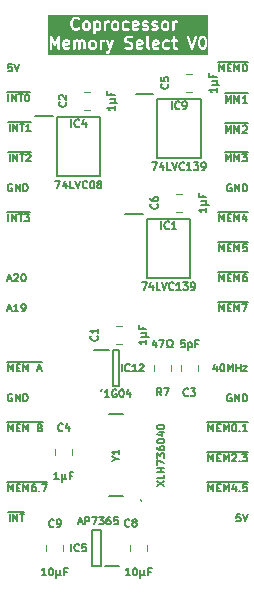
<source format=gto>
%TF.GenerationSoftware,KiCad,Pcbnew,9.0.2*%
%TF.CreationDate,2025-06-17T16:08:07+02:00*%
%TF.ProjectId,Coprocessor Memory Select,436f7072-6f63-4657-9373-6f72204d656d,V0*%
%TF.SameCoordinates,Original*%
%TF.FileFunction,Legend,Top*%
%TF.FilePolarity,Positive*%
%FSLAX46Y46*%
G04 Gerber Fmt 4.6, Leading zero omitted, Abs format (unit mm)*
G04 Created by KiCad (PCBNEW 9.0.2) date 2025-06-17 16:08:07*
%MOMM*%
%LPD*%
G01*
G04 APERTURE LIST*
%ADD10C,0.150000*%
%ADD11C,0.200000*%
%ADD12C,0.120000*%
%ADD13C,0.100000*%
G04 APERTURE END LIST*
D10*
X1392874Y-38385963D02*
X1392874Y-37750963D01*
X1695255Y-38385963D02*
X1695255Y-37750963D01*
X1695255Y-37750963D02*
X2058112Y-38385963D01*
X2058112Y-38385963D02*
X2058112Y-37750963D01*
X2269779Y-37750963D02*
X2632636Y-37750963D01*
X2451207Y-38385963D02*
X2451207Y-37750963D01*
X1305184Y-37574675D02*
X2629613Y-37574675D01*
X1265874Y-35845963D02*
X1265874Y-35210963D01*
X1265874Y-35210963D02*
X1477541Y-35664534D01*
X1477541Y-35664534D02*
X1689207Y-35210963D01*
X1689207Y-35210963D02*
X1689207Y-35845963D01*
X1991588Y-35513344D02*
X2203255Y-35513344D01*
X2293969Y-35845963D02*
X1991588Y-35845963D01*
X1991588Y-35845963D02*
X1991588Y-35210963D01*
X1991588Y-35210963D02*
X2293969Y-35210963D01*
X2566112Y-35845963D02*
X2566112Y-35210963D01*
X2566112Y-35210963D02*
X2777779Y-35664534D01*
X2777779Y-35664534D02*
X2989445Y-35210963D01*
X2989445Y-35210963D02*
X2989445Y-35845963D01*
X3563969Y-35210963D02*
X3443016Y-35210963D01*
X3443016Y-35210963D02*
X3382540Y-35241201D01*
X3382540Y-35241201D02*
X3352302Y-35271439D01*
X3352302Y-35271439D02*
X3291826Y-35362153D01*
X3291826Y-35362153D02*
X3261588Y-35483105D01*
X3261588Y-35483105D02*
X3261588Y-35725010D01*
X3261588Y-35725010D02*
X3291826Y-35785486D01*
X3291826Y-35785486D02*
X3322064Y-35815725D01*
X3322064Y-35815725D02*
X3382540Y-35845963D01*
X3382540Y-35845963D02*
X3503493Y-35845963D01*
X3503493Y-35845963D02*
X3563969Y-35815725D01*
X3563969Y-35815725D02*
X3594207Y-35785486D01*
X3594207Y-35785486D02*
X3624445Y-35725010D01*
X3624445Y-35725010D02*
X3624445Y-35573820D01*
X3624445Y-35573820D02*
X3594207Y-35513344D01*
X3594207Y-35513344D02*
X3563969Y-35483105D01*
X3563969Y-35483105D02*
X3503493Y-35452867D01*
X3503493Y-35452867D02*
X3382540Y-35452867D01*
X3382540Y-35452867D02*
X3322064Y-35483105D01*
X3322064Y-35483105D02*
X3291826Y-35513344D01*
X3291826Y-35513344D02*
X3261588Y-35573820D01*
X3896588Y-35785486D02*
X3926826Y-35815725D01*
X3926826Y-35815725D02*
X3896588Y-35845963D01*
X3896588Y-35845963D02*
X3866350Y-35815725D01*
X3866350Y-35815725D02*
X3896588Y-35785486D01*
X3896588Y-35785486D02*
X3896588Y-35845963D01*
X4138493Y-35210963D02*
X4561826Y-35210963D01*
X4561826Y-35210963D02*
X4289683Y-35845963D01*
X1178184Y-35034675D02*
X4589041Y-35034675D01*
X18231649Y-33305963D02*
X18231649Y-32670963D01*
X18231649Y-32670963D02*
X18443316Y-33124534D01*
X18443316Y-33124534D02*
X18654982Y-32670963D01*
X18654982Y-32670963D02*
X18654982Y-33305963D01*
X18957363Y-32973344D02*
X19169030Y-32973344D01*
X19259744Y-33305963D02*
X18957363Y-33305963D01*
X18957363Y-33305963D02*
X18957363Y-32670963D01*
X18957363Y-32670963D02*
X19259744Y-32670963D01*
X19531887Y-33305963D02*
X19531887Y-32670963D01*
X19531887Y-32670963D02*
X19743554Y-33124534D01*
X19743554Y-33124534D02*
X19955220Y-32670963D01*
X19955220Y-32670963D02*
X19955220Y-33305963D01*
X20227363Y-32731439D02*
X20257601Y-32701201D01*
X20257601Y-32701201D02*
X20318077Y-32670963D01*
X20318077Y-32670963D02*
X20469268Y-32670963D01*
X20469268Y-32670963D02*
X20529744Y-32701201D01*
X20529744Y-32701201D02*
X20559982Y-32731439D01*
X20559982Y-32731439D02*
X20590220Y-32791915D01*
X20590220Y-32791915D02*
X20590220Y-32852391D01*
X20590220Y-32852391D02*
X20559982Y-32943105D01*
X20559982Y-32943105D02*
X20197125Y-33305963D01*
X20197125Y-33305963D02*
X20590220Y-33305963D01*
X20862363Y-33245486D02*
X20892601Y-33275725D01*
X20892601Y-33275725D02*
X20862363Y-33305963D01*
X20862363Y-33305963D02*
X20832125Y-33275725D01*
X20832125Y-33275725D02*
X20862363Y-33245486D01*
X20862363Y-33245486D02*
X20862363Y-33305963D01*
X21104268Y-32670963D02*
X21497363Y-32670963D01*
X21497363Y-32670963D02*
X21285696Y-32912867D01*
X21285696Y-32912867D02*
X21376411Y-32912867D01*
X21376411Y-32912867D02*
X21436887Y-32943105D01*
X21436887Y-32943105D02*
X21467125Y-32973344D01*
X21467125Y-32973344D02*
X21497363Y-33033820D01*
X21497363Y-33033820D02*
X21497363Y-33185010D01*
X21497363Y-33185010D02*
X21467125Y-33245486D01*
X21467125Y-33245486D02*
X21436887Y-33275725D01*
X21436887Y-33275725D02*
X21376411Y-33305963D01*
X21376411Y-33305963D02*
X21194982Y-33305963D01*
X21194982Y-33305963D02*
X21134506Y-33275725D01*
X21134506Y-33275725D02*
X21104268Y-33245486D01*
X18143959Y-32494675D02*
X21554816Y-32494675D01*
X19713316Y-7905963D02*
X19713316Y-7270963D01*
X19713316Y-7270963D02*
X19924983Y-7724534D01*
X19924983Y-7724534D02*
X20136649Y-7270963D01*
X20136649Y-7270963D02*
X20136649Y-7905963D01*
X20439030Y-7905963D02*
X20439030Y-7270963D01*
X20439030Y-7270963D02*
X20650697Y-7724534D01*
X20650697Y-7724534D02*
X20862363Y-7270963D01*
X20862363Y-7270963D02*
X20862363Y-7905963D01*
X21104268Y-7270963D02*
X21497363Y-7270963D01*
X21497363Y-7270963D02*
X21285696Y-7512867D01*
X21285696Y-7512867D02*
X21376411Y-7512867D01*
X21376411Y-7512867D02*
X21436887Y-7543105D01*
X21436887Y-7543105D02*
X21467125Y-7573344D01*
X21467125Y-7573344D02*
X21497363Y-7633820D01*
X21497363Y-7633820D02*
X21497363Y-7785010D01*
X21497363Y-7785010D02*
X21467125Y-7845486D01*
X21467125Y-7845486D02*
X21436887Y-7875725D01*
X21436887Y-7875725D02*
X21376411Y-7905963D01*
X21376411Y-7905963D02*
X21194982Y-7905963D01*
X21194982Y-7905963D02*
X21134506Y-7875725D01*
X21134506Y-7875725D02*
X21104268Y-7845486D01*
X19625626Y-7094675D02*
X21554816Y-7094675D01*
X19713316Y-5492963D02*
X19713316Y-4857963D01*
X19713316Y-4857963D02*
X19924983Y-5311534D01*
X19924983Y-5311534D02*
X20136649Y-4857963D01*
X20136649Y-4857963D02*
X20136649Y-5492963D01*
X20439030Y-5492963D02*
X20439030Y-4857963D01*
X20439030Y-4857963D02*
X20650697Y-5311534D01*
X20650697Y-5311534D02*
X20862363Y-4857963D01*
X20862363Y-4857963D02*
X20862363Y-5492963D01*
X21134506Y-4918439D02*
X21164744Y-4888201D01*
X21164744Y-4888201D02*
X21225220Y-4857963D01*
X21225220Y-4857963D02*
X21376411Y-4857963D01*
X21376411Y-4857963D02*
X21436887Y-4888201D01*
X21436887Y-4888201D02*
X21467125Y-4918439D01*
X21467125Y-4918439D02*
X21497363Y-4978915D01*
X21497363Y-4978915D02*
X21497363Y-5039391D01*
X21497363Y-5039391D02*
X21467125Y-5130105D01*
X21467125Y-5130105D02*
X21104268Y-5492963D01*
X21104268Y-5492963D02*
X21497363Y-5492963D01*
X19625626Y-4681675D02*
X21554816Y-4681675D01*
X19713316Y-2952963D02*
X19713316Y-2317963D01*
X19713316Y-2317963D02*
X19924983Y-2771534D01*
X19924983Y-2771534D02*
X20136649Y-2317963D01*
X20136649Y-2317963D02*
X20136649Y-2952963D01*
X20439030Y-2952963D02*
X20439030Y-2317963D01*
X20439030Y-2317963D02*
X20650697Y-2771534D01*
X20650697Y-2771534D02*
X20862363Y-2317963D01*
X20862363Y-2317963D02*
X20862363Y-2952963D01*
X21497363Y-2952963D02*
X21134506Y-2952963D01*
X21315934Y-2952963D02*
X21315934Y-2317963D01*
X21315934Y-2317963D02*
X21255458Y-2408677D01*
X21255458Y-2408677D02*
X21194982Y-2469153D01*
X21194982Y-2469153D02*
X21134506Y-2499391D01*
X19625626Y-2141675D02*
X21554816Y-2141675D01*
X1392874Y-5365963D02*
X1392874Y-4730963D01*
X1695255Y-5365963D02*
X1695255Y-4730963D01*
X1695255Y-4730963D02*
X2058112Y-5365963D01*
X2058112Y-5365963D02*
X2058112Y-4730963D01*
X2269779Y-4730963D02*
X2632636Y-4730963D01*
X2451207Y-5365963D02*
X2451207Y-4730963D01*
X3176922Y-5365963D02*
X2814065Y-5365963D01*
X2995493Y-5365963D02*
X2995493Y-4730963D01*
X2995493Y-4730963D02*
X2935017Y-4821677D01*
X2935017Y-4821677D02*
X2874541Y-4882153D01*
X2874541Y-4882153D02*
X2814065Y-4912391D01*
X1305184Y-4554675D02*
X3234375Y-4554675D01*
X1598493Y-9841201D02*
X1538017Y-9810963D01*
X1538017Y-9810963D02*
X1447303Y-9810963D01*
X1447303Y-9810963D02*
X1356588Y-9841201D01*
X1356588Y-9841201D02*
X1296112Y-9901677D01*
X1296112Y-9901677D02*
X1265874Y-9962153D01*
X1265874Y-9962153D02*
X1235636Y-10083105D01*
X1235636Y-10083105D02*
X1235636Y-10173820D01*
X1235636Y-10173820D02*
X1265874Y-10294772D01*
X1265874Y-10294772D02*
X1296112Y-10355248D01*
X1296112Y-10355248D02*
X1356588Y-10415725D01*
X1356588Y-10415725D02*
X1447303Y-10445963D01*
X1447303Y-10445963D02*
X1507779Y-10445963D01*
X1507779Y-10445963D02*
X1598493Y-10415725D01*
X1598493Y-10415725D02*
X1628731Y-10385486D01*
X1628731Y-10385486D02*
X1628731Y-10173820D01*
X1628731Y-10173820D02*
X1507779Y-10173820D01*
X1900874Y-10445963D02*
X1900874Y-9810963D01*
X1900874Y-9810963D02*
X2263731Y-10445963D01*
X2263731Y-10445963D02*
X2263731Y-9810963D01*
X2566112Y-10445963D02*
X2566112Y-9810963D01*
X2566112Y-9810963D02*
X2717302Y-9810963D01*
X2717302Y-9810963D02*
X2808017Y-9841201D01*
X2808017Y-9841201D02*
X2868493Y-9901677D01*
X2868493Y-9901677D02*
X2898731Y-9962153D01*
X2898731Y-9962153D02*
X2928969Y-10083105D01*
X2928969Y-10083105D02*
X2928969Y-10173820D01*
X2928969Y-10173820D02*
X2898731Y-10294772D01*
X2898731Y-10294772D02*
X2868493Y-10355248D01*
X2868493Y-10355248D02*
X2808017Y-10415725D01*
X2808017Y-10415725D02*
X2717302Y-10445963D01*
X2717302Y-10445963D02*
X2566112Y-10445963D01*
X18231649Y-35845963D02*
X18231649Y-35210963D01*
X18231649Y-35210963D02*
X18443316Y-35664534D01*
X18443316Y-35664534D02*
X18654982Y-35210963D01*
X18654982Y-35210963D02*
X18654982Y-35845963D01*
X18957363Y-35513344D02*
X19169030Y-35513344D01*
X19259744Y-35845963D02*
X18957363Y-35845963D01*
X18957363Y-35845963D02*
X18957363Y-35210963D01*
X18957363Y-35210963D02*
X19259744Y-35210963D01*
X19531887Y-35845963D02*
X19531887Y-35210963D01*
X19531887Y-35210963D02*
X19743554Y-35664534D01*
X19743554Y-35664534D02*
X19955220Y-35210963D01*
X19955220Y-35210963D02*
X19955220Y-35845963D01*
X20529744Y-35422629D02*
X20529744Y-35845963D01*
X20378553Y-35180725D02*
X20227363Y-35634296D01*
X20227363Y-35634296D02*
X20620458Y-35634296D01*
X20862363Y-35785486D02*
X20892601Y-35815725D01*
X20892601Y-35815725D02*
X20862363Y-35845963D01*
X20862363Y-35845963D02*
X20832125Y-35815725D01*
X20832125Y-35815725D02*
X20862363Y-35785486D01*
X20862363Y-35785486D02*
X20862363Y-35845963D01*
X21467125Y-35210963D02*
X21164744Y-35210963D01*
X21164744Y-35210963D02*
X21134506Y-35513344D01*
X21134506Y-35513344D02*
X21164744Y-35483105D01*
X21164744Y-35483105D02*
X21225220Y-35452867D01*
X21225220Y-35452867D02*
X21376411Y-35452867D01*
X21376411Y-35452867D02*
X21436887Y-35483105D01*
X21436887Y-35483105D02*
X21467125Y-35513344D01*
X21467125Y-35513344D02*
X21497363Y-35573820D01*
X21497363Y-35573820D02*
X21497363Y-35725010D01*
X21497363Y-35725010D02*
X21467125Y-35785486D01*
X21467125Y-35785486D02*
X21436887Y-35815725D01*
X21436887Y-35815725D02*
X21376411Y-35845963D01*
X21376411Y-35845963D02*
X21225220Y-35845963D01*
X21225220Y-35845963D02*
X21164744Y-35815725D01*
X21164744Y-35815725D02*
X21134506Y-35785486D01*
X18143959Y-35034675D02*
X21554816Y-35034675D01*
X1265874Y-12985963D02*
X1265874Y-12350963D01*
X1568255Y-12985963D02*
X1568255Y-12350963D01*
X1568255Y-12350963D02*
X1931112Y-12985963D01*
X1931112Y-12985963D02*
X1931112Y-12350963D01*
X2142779Y-12350963D02*
X2505636Y-12350963D01*
X2324207Y-12985963D02*
X2324207Y-12350963D01*
X2656827Y-12350963D02*
X3049922Y-12350963D01*
X3049922Y-12350963D02*
X2838255Y-12592867D01*
X2838255Y-12592867D02*
X2928970Y-12592867D01*
X2928970Y-12592867D02*
X2989446Y-12623105D01*
X2989446Y-12623105D02*
X3019684Y-12653344D01*
X3019684Y-12653344D02*
X3049922Y-12713820D01*
X3049922Y-12713820D02*
X3049922Y-12865010D01*
X3049922Y-12865010D02*
X3019684Y-12925486D01*
X3019684Y-12925486D02*
X2989446Y-12955725D01*
X2989446Y-12955725D02*
X2928970Y-12985963D01*
X2928970Y-12985963D02*
X2747541Y-12985963D01*
X2747541Y-12985963D02*
X2687065Y-12955725D01*
X2687065Y-12955725D02*
X2656827Y-12925486D01*
X1178184Y-12174675D02*
X3107375Y-12174675D01*
X20166887Y-9841201D02*
X20106411Y-9810963D01*
X20106411Y-9810963D02*
X20015697Y-9810963D01*
X20015697Y-9810963D02*
X19924982Y-9841201D01*
X19924982Y-9841201D02*
X19864506Y-9901677D01*
X19864506Y-9901677D02*
X19834268Y-9962153D01*
X19834268Y-9962153D02*
X19804030Y-10083105D01*
X19804030Y-10083105D02*
X19804030Y-10173820D01*
X19804030Y-10173820D02*
X19834268Y-10294772D01*
X19834268Y-10294772D02*
X19864506Y-10355248D01*
X19864506Y-10355248D02*
X19924982Y-10415725D01*
X19924982Y-10415725D02*
X20015697Y-10445963D01*
X20015697Y-10445963D02*
X20076173Y-10445963D01*
X20076173Y-10445963D02*
X20166887Y-10415725D01*
X20166887Y-10415725D02*
X20197125Y-10385486D01*
X20197125Y-10385486D02*
X20197125Y-10173820D01*
X20197125Y-10173820D02*
X20076173Y-10173820D01*
X20469268Y-10445963D02*
X20469268Y-9810963D01*
X20469268Y-9810963D02*
X20832125Y-10445963D01*
X20832125Y-10445963D02*
X20832125Y-9810963D01*
X21134506Y-10445963D02*
X21134506Y-9810963D01*
X21134506Y-9810963D02*
X21285696Y-9810963D01*
X21285696Y-9810963D02*
X21376411Y-9841201D01*
X21376411Y-9841201D02*
X21436887Y-9901677D01*
X21436887Y-9901677D02*
X21467125Y-9962153D01*
X21467125Y-9962153D02*
X21497363Y-10083105D01*
X21497363Y-10083105D02*
X21497363Y-10173820D01*
X21497363Y-10173820D02*
X21467125Y-10294772D01*
X21467125Y-10294772D02*
X21436887Y-10355248D01*
X21436887Y-10355248D02*
X21376411Y-10415725D01*
X21376411Y-10415725D02*
X21285696Y-10445963D01*
X21285696Y-10445963D02*
X21134506Y-10445963D01*
X1568255Y349036D02*
X1265874Y349036D01*
X1265874Y349036D02*
X1235636Y46655D01*
X1235636Y46655D02*
X1265874Y76894D01*
X1265874Y76894D02*
X1326350Y107132D01*
X1326350Y107132D02*
X1477541Y107132D01*
X1477541Y107132D02*
X1538017Y76894D01*
X1538017Y76894D02*
X1568255Y46655D01*
X1568255Y46655D02*
X1598493Y-13820D01*
X1598493Y-13820D02*
X1598493Y-165010D01*
X1598493Y-165010D02*
X1568255Y-225486D01*
X1568255Y-225486D02*
X1538017Y-255725D01*
X1538017Y-255725D02*
X1477541Y-285963D01*
X1477541Y-285963D02*
X1326350Y-285963D01*
X1326350Y-285963D02*
X1265874Y-255725D01*
X1265874Y-255725D02*
X1235636Y-225486D01*
X1779922Y349036D02*
X1991588Y-285963D01*
X1991588Y-285963D02*
X2203255Y349036D01*
X19138792Y-20605963D02*
X19138792Y-19970963D01*
X19138792Y-19970963D02*
X19350459Y-20424534D01*
X19350459Y-20424534D02*
X19562125Y-19970963D01*
X19562125Y-19970963D02*
X19562125Y-20605963D01*
X19864506Y-20273344D02*
X20076173Y-20273344D01*
X20166887Y-20605963D02*
X19864506Y-20605963D01*
X19864506Y-20605963D02*
X19864506Y-19970963D01*
X19864506Y-19970963D02*
X20166887Y-19970963D01*
X20439030Y-20605963D02*
X20439030Y-19970963D01*
X20439030Y-19970963D02*
X20650697Y-20424534D01*
X20650697Y-20424534D02*
X20862363Y-19970963D01*
X20862363Y-19970963D02*
X20862363Y-20605963D01*
X21104268Y-19970963D02*
X21527601Y-19970963D01*
X21527601Y-19970963D02*
X21255458Y-20605963D01*
X19051102Y-19794675D02*
X21554816Y-19794675D01*
X19138792Y-15525963D02*
X19138792Y-14890963D01*
X19138792Y-14890963D02*
X19350459Y-15344534D01*
X19350459Y-15344534D02*
X19562125Y-14890963D01*
X19562125Y-14890963D02*
X19562125Y-15525963D01*
X19864506Y-15193344D02*
X20076173Y-15193344D01*
X20166887Y-15525963D02*
X19864506Y-15525963D01*
X19864506Y-15525963D02*
X19864506Y-14890963D01*
X19864506Y-14890963D02*
X20166887Y-14890963D01*
X20439030Y-15525963D02*
X20439030Y-14890963D01*
X20439030Y-14890963D02*
X20650697Y-15344534D01*
X20650697Y-15344534D02*
X20862363Y-14890963D01*
X20862363Y-14890963D02*
X20862363Y-15525963D01*
X21467125Y-14890963D02*
X21164744Y-14890963D01*
X21164744Y-14890963D02*
X21134506Y-15193344D01*
X21134506Y-15193344D02*
X21164744Y-15163105D01*
X21164744Y-15163105D02*
X21225220Y-15132867D01*
X21225220Y-15132867D02*
X21376411Y-15132867D01*
X21376411Y-15132867D02*
X21436887Y-15163105D01*
X21436887Y-15163105D02*
X21467125Y-15193344D01*
X21467125Y-15193344D02*
X21497363Y-15253820D01*
X21497363Y-15253820D02*
X21497363Y-15405010D01*
X21497363Y-15405010D02*
X21467125Y-15465486D01*
X21467125Y-15465486D02*
X21436887Y-15495725D01*
X21436887Y-15495725D02*
X21376411Y-15525963D01*
X21376411Y-15525963D02*
X21225220Y-15525963D01*
X21225220Y-15525963D02*
X21164744Y-15495725D01*
X21164744Y-15495725D02*
X21134506Y-15465486D01*
X19051102Y-14714675D02*
X21554816Y-14714675D01*
X1235636Y-17884534D02*
X1538017Y-17884534D01*
X1175160Y-18065963D02*
X1386826Y-17430963D01*
X1386826Y-17430963D02*
X1598493Y-18065963D01*
X1779922Y-17491439D02*
X1810160Y-17461201D01*
X1810160Y-17461201D02*
X1870636Y-17430963D01*
X1870636Y-17430963D02*
X2021827Y-17430963D01*
X2021827Y-17430963D02*
X2082303Y-17461201D01*
X2082303Y-17461201D02*
X2112541Y-17491439D01*
X2112541Y-17491439D02*
X2142779Y-17551915D01*
X2142779Y-17551915D02*
X2142779Y-17612391D01*
X2142779Y-17612391D02*
X2112541Y-17703105D01*
X2112541Y-17703105D02*
X1749684Y-18065963D01*
X1749684Y-18065963D02*
X2142779Y-18065963D01*
X2535874Y-17430963D02*
X2596351Y-17430963D01*
X2596351Y-17430963D02*
X2656827Y-17461201D01*
X2656827Y-17461201D02*
X2687065Y-17491439D01*
X2687065Y-17491439D02*
X2717303Y-17551915D01*
X2717303Y-17551915D02*
X2747541Y-17672867D01*
X2747541Y-17672867D02*
X2747541Y-17824058D01*
X2747541Y-17824058D02*
X2717303Y-17945010D01*
X2717303Y-17945010D02*
X2687065Y-18005486D01*
X2687065Y-18005486D02*
X2656827Y-18035725D01*
X2656827Y-18035725D02*
X2596351Y-18065963D01*
X2596351Y-18065963D02*
X2535874Y-18065963D01*
X2535874Y-18065963D02*
X2475398Y-18035725D01*
X2475398Y-18035725D02*
X2445160Y-18005486D01*
X2445160Y-18005486D02*
X2414922Y-17945010D01*
X2414922Y-17945010D02*
X2384684Y-17824058D01*
X2384684Y-17824058D02*
X2384684Y-17672867D01*
X2384684Y-17672867D02*
X2414922Y-17551915D01*
X2414922Y-17551915D02*
X2445160Y-17491439D01*
X2445160Y-17491439D02*
X2475398Y-17461201D01*
X2475398Y-17461201D02*
X2535874Y-17430963D01*
X1265874Y-25685963D02*
X1265874Y-25050963D01*
X1265874Y-25050963D02*
X1477541Y-25504534D01*
X1477541Y-25504534D02*
X1689207Y-25050963D01*
X1689207Y-25050963D02*
X1689207Y-25685963D01*
X1991588Y-25353344D02*
X2203255Y-25353344D01*
X2293969Y-25685963D02*
X1991588Y-25685963D01*
X1991588Y-25685963D02*
X1991588Y-25050963D01*
X1991588Y-25050963D02*
X2293969Y-25050963D01*
X2566112Y-25685963D02*
X2566112Y-25050963D01*
X2566112Y-25050963D02*
X2777779Y-25504534D01*
X2777779Y-25504534D02*
X2989445Y-25050963D01*
X2989445Y-25050963D02*
X2989445Y-25685963D01*
X3745398Y-25504534D02*
X4047779Y-25504534D01*
X3684922Y-25685963D02*
X3896588Y-25050963D01*
X3896588Y-25050963D02*
X4108255Y-25685963D01*
X1178184Y-24874675D02*
X4105232Y-24874675D01*
X1265874Y-2825963D02*
X1265874Y-2190963D01*
X1568255Y-2825963D02*
X1568255Y-2190963D01*
X1568255Y-2190963D02*
X1931112Y-2825963D01*
X1931112Y-2825963D02*
X1931112Y-2190963D01*
X2142779Y-2190963D02*
X2505636Y-2190963D01*
X2324207Y-2825963D02*
X2324207Y-2190963D01*
X2838255Y-2190963D02*
X2898732Y-2190963D01*
X2898732Y-2190963D02*
X2959208Y-2221201D01*
X2959208Y-2221201D02*
X2989446Y-2251439D01*
X2989446Y-2251439D02*
X3019684Y-2311915D01*
X3019684Y-2311915D02*
X3049922Y-2432867D01*
X3049922Y-2432867D02*
X3049922Y-2584058D01*
X3049922Y-2584058D02*
X3019684Y-2705010D01*
X3019684Y-2705010D02*
X2989446Y-2765486D01*
X2989446Y-2765486D02*
X2959208Y-2795725D01*
X2959208Y-2795725D02*
X2898732Y-2825963D01*
X2898732Y-2825963D02*
X2838255Y-2825963D01*
X2838255Y-2825963D02*
X2777779Y-2795725D01*
X2777779Y-2795725D02*
X2747541Y-2765486D01*
X2747541Y-2765486D02*
X2717303Y-2705010D01*
X2717303Y-2705010D02*
X2687065Y-2584058D01*
X2687065Y-2584058D02*
X2687065Y-2432867D01*
X2687065Y-2432867D02*
X2717303Y-2311915D01*
X2717303Y-2311915D02*
X2747541Y-2251439D01*
X2747541Y-2251439D02*
X2777779Y-2221201D01*
X2777779Y-2221201D02*
X2838255Y-2190963D01*
X1178184Y-2014675D02*
X3107375Y-2014675D01*
X19138792Y-18065963D02*
X19138792Y-17430963D01*
X19138792Y-17430963D02*
X19350459Y-17884534D01*
X19350459Y-17884534D02*
X19562125Y-17430963D01*
X19562125Y-17430963D02*
X19562125Y-18065963D01*
X19864506Y-17733344D02*
X20076173Y-17733344D01*
X20166887Y-18065963D02*
X19864506Y-18065963D01*
X19864506Y-18065963D02*
X19864506Y-17430963D01*
X19864506Y-17430963D02*
X20166887Y-17430963D01*
X20439030Y-18065963D02*
X20439030Y-17430963D01*
X20439030Y-17430963D02*
X20650697Y-17884534D01*
X20650697Y-17884534D02*
X20862363Y-17430963D01*
X20862363Y-17430963D02*
X20862363Y-18065963D01*
X21436887Y-17430963D02*
X21315934Y-17430963D01*
X21315934Y-17430963D02*
X21255458Y-17461201D01*
X21255458Y-17461201D02*
X21225220Y-17491439D01*
X21225220Y-17491439D02*
X21164744Y-17582153D01*
X21164744Y-17582153D02*
X21134506Y-17703105D01*
X21134506Y-17703105D02*
X21134506Y-17945010D01*
X21134506Y-17945010D02*
X21164744Y-18005486D01*
X21164744Y-18005486D02*
X21194982Y-18035725D01*
X21194982Y-18035725D02*
X21255458Y-18065963D01*
X21255458Y-18065963D02*
X21376411Y-18065963D01*
X21376411Y-18065963D02*
X21436887Y-18035725D01*
X21436887Y-18035725D02*
X21467125Y-18005486D01*
X21467125Y-18005486D02*
X21497363Y-17945010D01*
X21497363Y-17945010D02*
X21497363Y-17793820D01*
X21497363Y-17793820D02*
X21467125Y-17733344D01*
X21467125Y-17733344D02*
X21436887Y-17703105D01*
X21436887Y-17703105D02*
X21376411Y-17672867D01*
X21376411Y-17672867D02*
X21255458Y-17672867D01*
X21255458Y-17672867D02*
X21194982Y-17703105D01*
X21194982Y-17703105D02*
X21164744Y-17733344D01*
X21164744Y-17733344D02*
X21134506Y-17793820D01*
X19051102Y-17254675D02*
X21554816Y-17254675D01*
X18927125Y-25262629D02*
X18927125Y-25685963D01*
X18775934Y-25020725D02*
X18624744Y-25474296D01*
X18624744Y-25474296D02*
X19017839Y-25474296D01*
X19380696Y-25050963D02*
X19441173Y-25050963D01*
X19441173Y-25050963D02*
X19501649Y-25081201D01*
X19501649Y-25081201D02*
X19531887Y-25111439D01*
X19531887Y-25111439D02*
X19562125Y-25171915D01*
X19562125Y-25171915D02*
X19592363Y-25292867D01*
X19592363Y-25292867D02*
X19592363Y-25444058D01*
X19592363Y-25444058D02*
X19562125Y-25565010D01*
X19562125Y-25565010D02*
X19531887Y-25625486D01*
X19531887Y-25625486D02*
X19501649Y-25655725D01*
X19501649Y-25655725D02*
X19441173Y-25685963D01*
X19441173Y-25685963D02*
X19380696Y-25685963D01*
X19380696Y-25685963D02*
X19320220Y-25655725D01*
X19320220Y-25655725D02*
X19289982Y-25625486D01*
X19289982Y-25625486D02*
X19259744Y-25565010D01*
X19259744Y-25565010D02*
X19229506Y-25444058D01*
X19229506Y-25444058D02*
X19229506Y-25292867D01*
X19229506Y-25292867D02*
X19259744Y-25171915D01*
X19259744Y-25171915D02*
X19289982Y-25111439D01*
X19289982Y-25111439D02*
X19320220Y-25081201D01*
X19320220Y-25081201D02*
X19380696Y-25050963D01*
X19864506Y-25685963D02*
X19864506Y-25050963D01*
X19864506Y-25050963D02*
X20076173Y-25504534D01*
X20076173Y-25504534D02*
X20287839Y-25050963D01*
X20287839Y-25050963D02*
X20287839Y-25685963D01*
X20590220Y-25685963D02*
X20590220Y-25050963D01*
X20590220Y-25353344D02*
X20953077Y-25353344D01*
X20953077Y-25685963D02*
X20953077Y-25050963D01*
X21194982Y-25262629D02*
X21527601Y-25262629D01*
X21527601Y-25262629D02*
X21194982Y-25685963D01*
X21194982Y-25685963D02*
X21527601Y-25685963D01*
X20922839Y-37750963D02*
X20620458Y-37750963D01*
X20620458Y-37750963D02*
X20590220Y-38053344D01*
X20590220Y-38053344D02*
X20620458Y-38023105D01*
X20620458Y-38023105D02*
X20680934Y-37992867D01*
X20680934Y-37992867D02*
X20832125Y-37992867D01*
X20832125Y-37992867D02*
X20892601Y-38023105D01*
X20892601Y-38023105D02*
X20922839Y-38053344D01*
X20922839Y-38053344D02*
X20953077Y-38113820D01*
X20953077Y-38113820D02*
X20953077Y-38265010D01*
X20953077Y-38265010D02*
X20922839Y-38325486D01*
X20922839Y-38325486D02*
X20892601Y-38355725D01*
X20892601Y-38355725D02*
X20832125Y-38385963D01*
X20832125Y-38385963D02*
X20680934Y-38385963D01*
X20680934Y-38385963D02*
X20620458Y-38355725D01*
X20620458Y-38355725D02*
X20590220Y-38325486D01*
X21134506Y-37750963D02*
X21346172Y-38385963D01*
X21346172Y-38385963D02*
X21557839Y-37750963D01*
X1598493Y-27621201D02*
X1538017Y-27590963D01*
X1538017Y-27590963D02*
X1447303Y-27590963D01*
X1447303Y-27590963D02*
X1356588Y-27621201D01*
X1356588Y-27621201D02*
X1296112Y-27681677D01*
X1296112Y-27681677D02*
X1265874Y-27742153D01*
X1265874Y-27742153D02*
X1235636Y-27863105D01*
X1235636Y-27863105D02*
X1235636Y-27953820D01*
X1235636Y-27953820D02*
X1265874Y-28074772D01*
X1265874Y-28074772D02*
X1296112Y-28135248D01*
X1296112Y-28135248D02*
X1356588Y-28195725D01*
X1356588Y-28195725D02*
X1447303Y-28225963D01*
X1447303Y-28225963D02*
X1507779Y-28225963D01*
X1507779Y-28225963D02*
X1598493Y-28195725D01*
X1598493Y-28195725D02*
X1628731Y-28165486D01*
X1628731Y-28165486D02*
X1628731Y-27953820D01*
X1628731Y-27953820D02*
X1507779Y-27953820D01*
X1900874Y-28225963D02*
X1900874Y-27590963D01*
X1900874Y-27590963D02*
X2263731Y-28225963D01*
X2263731Y-28225963D02*
X2263731Y-27590963D01*
X2566112Y-28225963D02*
X2566112Y-27590963D01*
X2566112Y-27590963D02*
X2717302Y-27590963D01*
X2717302Y-27590963D02*
X2808017Y-27621201D01*
X2808017Y-27621201D02*
X2868493Y-27681677D01*
X2868493Y-27681677D02*
X2898731Y-27742153D01*
X2898731Y-27742153D02*
X2928969Y-27863105D01*
X2928969Y-27863105D02*
X2928969Y-27953820D01*
X2928969Y-27953820D02*
X2898731Y-28074772D01*
X2898731Y-28074772D02*
X2868493Y-28135248D01*
X2868493Y-28135248D02*
X2808017Y-28195725D01*
X2808017Y-28195725D02*
X2717302Y-28225963D01*
X2717302Y-28225963D02*
X2566112Y-28225963D01*
X1235636Y-20424534D02*
X1538017Y-20424534D01*
X1175160Y-20605963D02*
X1386826Y-19970963D01*
X1386826Y-19970963D02*
X1598493Y-20605963D01*
X2142779Y-20605963D02*
X1779922Y-20605963D01*
X1961350Y-20605963D02*
X1961350Y-19970963D01*
X1961350Y-19970963D02*
X1900874Y-20061677D01*
X1900874Y-20061677D02*
X1840398Y-20122153D01*
X1840398Y-20122153D02*
X1779922Y-20152391D01*
X2445160Y-20605963D02*
X2566112Y-20605963D01*
X2566112Y-20605963D02*
X2626589Y-20575725D01*
X2626589Y-20575725D02*
X2656827Y-20545486D01*
X2656827Y-20545486D02*
X2717303Y-20454772D01*
X2717303Y-20454772D02*
X2747541Y-20333820D01*
X2747541Y-20333820D02*
X2747541Y-20091915D01*
X2747541Y-20091915D02*
X2717303Y-20031439D01*
X2717303Y-20031439D02*
X2687065Y-20001201D01*
X2687065Y-20001201D02*
X2626589Y-19970963D01*
X2626589Y-19970963D02*
X2505636Y-19970963D01*
X2505636Y-19970963D02*
X2445160Y-20001201D01*
X2445160Y-20001201D02*
X2414922Y-20031439D01*
X2414922Y-20031439D02*
X2384684Y-20091915D01*
X2384684Y-20091915D02*
X2384684Y-20243105D01*
X2384684Y-20243105D02*
X2414922Y-20303582D01*
X2414922Y-20303582D02*
X2445160Y-20333820D01*
X2445160Y-20333820D02*
X2505636Y-20364058D01*
X2505636Y-20364058D02*
X2626589Y-20364058D01*
X2626589Y-20364058D02*
X2687065Y-20333820D01*
X2687065Y-20333820D02*
X2717303Y-20303582D01*
X2717303Y-20303582D02*
X2747541Y-20243105D01*
D11*
G36*
X6331653Y2201291D02*
G01*
X6349103Y2166391D01*
X6077618Y2112094D01*
X6077618Y2156982D01*
X6099773Y2201292D01*
X6144082Y2223447D01*
X6287344Y2223447D01*
X6331653Y2201291D01*
G37*
G36*
X8537429Y2193641D02*
G01*
X8562098Y2168973D01*
X8591903Y2109364D01*
X8591903Y1870864D01*
X8562098Y1811254D01*
X8537427Y1786583D01*
X8477821Y1756780D01*
X8382176Y1756780D01*
X8322568Y1786584D01*
X8297899Y1811254D01*
X8268094Y1870864D01*
X8268094Y2109363D01*
X8297899Y2168973D01*
X8322567Y2193642D01*
X8382177Y2223447D01*
X8477820Y2223447D01*
X8537429Y2193641D01*
G37*
G36*
X12522130Y2201291D02*
G01*
X12539580Y2166391D01*
X12268095Y2112094D01*
X12268095Y2156982D01*
X12290250Y2201292D01*
X12334559Y2223447D01*
X12477821Y2223447D01*
X12522130Y2201291D01*
G37*
G36*
X13903083Y2201291D02*
G01*
X13920533Y2166391D01*
X13649048Y2112094D01*
X13649048Y2156982D01*
X13671203Y2201292D01*
X13715512Y2223447D01*
X13858774Y2223447D01*
X13903083Y2201291D01*
G37*
G36*
X17823146Y2526974D02*
G01*
X17847815Y2502306D01*
X17883268Y2431399D01*
X17925239Y2263518D01*
X17925239Y2050042D01*
X17883268Y1882161D01*
X17847815Y1811254D01*
X17823144Y1786583D01*
X17763538Y1756780D01*
X17715512Y1756780D01*
X17655904Y1786584D01*
X17631235Y1811254D01*
X17595781Y1882161D01*
X17553811Y2050043D01*
X17553811Y2263518D01*
X17595781Y2431399D01*
X17631235Y2502306D01*
X17655903Y2526975D01*
X17715513Y2556780D01*
X17763537Y2556780D01*
X17823146Y2526974D01*
G37*
G36*
X8918382Y3803585D02*
G01*
X8943051Y3778917D01*
X8972856Y3719308D01*
X8972856Y3480808D01*
X8943051Y3421198D01*
X8918380Y3396527D01*
X8858774Y3366724D01*
X8715510Y3366724D01*
X8696666Y3376146D01*
X8696666Y3823968D01*
X8715511Y3833391D01*
X8858773Y3833391D01*
X8918382Y3803585D01*
G37*
G36*
X8013620Y3803585D02*
G01*
X8038289Y3778917D01*
X8068094Y3719308D01*
X8068094Y3480808D01*
X8038289Y3421198D01*
X8013618Y3396527D01*
X7954012Y3366724D01*
X7858367Y3366724D01*
X7798759Y3396528D01*
X7774090Y3421198D01*
X7744285Y3480808D01*
X7744285Y3719307D01*
X7774090Y3778917D01*
X7798758Y3803586D01*
X7858368Y3833391D01*
X7954011Y3833391D01*
X8013620Y3803585D01*
G37*
G36*
X10442192Y3803585D02*
G01*
X10466861Y3778917D01*
X10496666Y3719308D01*
X10496666Y3480808D01*
X10466861Y3421198D01*
X10442190Y3396527D01*
X10382584Y3366724D01*
X10286939Y3366724D01*
X10227331Y3396528D01*
X10202662Y3421198D01*
X10172857Y3480808D01*
X10172857Y3719307D01*
X10202662Y3778917D01*
X10227330Y3803586D01*
X10286940Y3833391D01*
X10382583Y3833391D01*
X10442192Y3803585D01*
G37*
G36*
X12188797Y3811235D02*
G01*
X12206247Y3776335D01*
X11934762Y3722038D01*
X11934762Y3766926D01*
X11956917Y3811236D01*
X12001226Y3833391D01*
X12144488Y3833391D01*
X12188797Y3811235D01*
G37*
G36*
X14680288Y3803585D02*
G01*
X14704957Y3778917D01*
X14734762Y3719308D01*
X14734762Y3480808D01*
X14704957Y3421198D01*
X14680286Y3396527D01*
X14620680Y3366724D01*
X14525035Y3366724D01*
X14465427Y3396528D01*
X14440758Y3421198D01*
X14410953Y3480808D01*
X14410953Y3719307D01*
X14440758Y3778917D01*
X14465426Y3803586D01*
X14525036Y3833391D01*
X14620679Y3833391D01*
X14680288Y3803585D01*
G37*
G36*
X18236350Y1113121D02*
G01*
X4671269Y1113121D01*
X4671269Y1335954D01*
X9545070Y1335954D01*
X9547836Y1297034D01*
X9565285Y1262135D01*
X9594762Y1236571D01*
X9631778Y1224232D01*
X9670698Y1226998D01*
X9689006Y1234004D01*
X9784244Y1281623D01*
X9792640Y1286908D01*
X9795080Y1287919D01*
X9797826Y1290172D01*
X9800834Y1292066D01*
X9802563Y1294060D01*
X9810234Y1300355D01*
X9857852Y1347974D01*
X9870289Y1363127D01*
X9870526Y1363701D01*
X9870961Y1364146D01*
X9879990Y1381546D01*
X9975228Y1619641D01*
X9975752Y1621447D01*
X9976554Y1623146D01*
X10214649Y2289813D01*
X10219402Y2308832D01*
X10217464Y2347802D01*
X10200761Y2383064D01*
X10171835Y2409250D01*
X10135090Y2422373D01*
X10096120Y2420436D01*
X10060858Y2403732D01*
X10034671Y2374807D01*
X10026301Y2357080D01*
X9882380Y1954101D01*
X9738459Y2357081D01*
X9730089Y2374807D01*
X9703902Y2403733D01*
X9668640Y2420436D01*
X9629670Y2422374D01*
X9592925Y2409251D01*
X9563999Y2383064D01*
X9547296Y2347802D01*
X9545358Y2308832D01*
X9550111Y2289813D01*
X9775478Y1658784D01*
X9701916Y1474881D01*
X9680287Y1453252D01*
X9599564Y1412890D01*
X9582973Y1402447D01*
X9557409Y1372970D01*
X9545070Y1335954D01*
X4671269Y1335954D01*
X4671269Y2656780D01*
X4782380Y2656780D01*
X4782380Y1656780D01*
X4784301Y1637271D01*
X4799233Y1601223D01*
X4826823Y1573633D01*
X4862871Y1558701D01*
X4901889Y1558701D01*
X4937937Y1573633D01*
X4965527Y1601223D01*
X4980459Y1637271D01*
X4982380Y1656780D01*
X4982380Y2206023D01*
X5125095Y1900206D01*
X5129327Y1893060D01*
X5130207Y1890643D01*
X5131772Y1888933D01*
X5135086Y1883340D01*
X5146296Y1873073D01*
X5156558Y1861868D01*
X5160583Y1859989D01*
X5163861Y1856988D01*
X5178143Y1851794D01*
X5191916Y1845367D01*
X5196355Y1845171D01*
X5200530Y1843654D01*
X5215713Y1844321D01*
X5230896Y1843654D01*
X5235069Y1845171D01*
X5239511Y1845367D01*
X5253295Y1851799D01*
X5267565Y1856989D01*
X5270838Y1859986D01*
X5274868Y1861867D01*
X5285137Y1873081D01*
X5296340Y1883340D01*
X5299651Y1888930D01*
X5301220Y1890643D01*
X5302100Y1893064D01*
X5306331Y1900206D01*
X5449046Y2206024D01*
X5449046Y1656780D01*
X5450967Y1637271D01*
X5465899Y1601223D01*
X5493489Y1573633D01*
X5529537Y1558701D01*
X5568555Y1558701D01*
X5604603Y1573633D01*
X5632193Y1601223D01*
X5647125Y1637271D01*
X5649046Y1656780D01*
X5649046Y2180590D01*
X5877618Y2180590D01*
X5877618Y1799638D01*
X5879539Y1780129D01*
X5880914Y1776808D01*
X5881169Y1773225D01*
X5888175Y1754917D01*
X5935794Y1659679D01*
X5937846Y1656418D01*
X5938360Y1654878D01*
X5940023Y1652960D01*
X5946237Y1643089D01*
X5955709Y1634873D01*
X5963925Y1625401D01*
X5973796Y1619187D01*
X5975714Y1617524D01*
X5977254Y1617010D01*
X5980515Y1614958D01*
X6075753Y1567338D01*
X6094062Y1560331D01*
X6097645Y1560076D01*
X6100966Y1558701D01*
X6120475Y1556780D01*
X6310951Y1556780D01*
X6330460Y1558701D01*
X6333779Y1560076D01*
X6337365Y1560331D01*
X6355673Y1567338D01*
X6450911Y1614958D01*
X6467502Y1625401D01*
X6493066Y1654878D01*
X6505404Y1691894D01*
X6502638Y1730814D01*
X6485189Y1765712D01*
X6455712Y1791277D01*
X6418696Y1803615D01*
X6379776Y1800849D01*
X6361467Y1793842D01*
X6287345Y1756780D01*
X6144081Y1756780D01*
X6099773Y1778934D01*
X6077618Y1823245D01*
X6077618Y1908133D01*
X6473314Y1987273D01*
X6473317Y1987273D01*
X6473319Y1987274D01*
X6473419Y1987294D01*
X6492173Y1993004D01*
X6500313Y1998455D01*
X6509365Y2002205D01*
X6516366Y2009206D01*
X6524592Y2014715D01*
X6530026Y2022866D01*
X6536955Y2029795D01*
X6540744Y2038942D01*
X6546236Y2047180D01*
X6548137Y2056790D01*
X6551887Y2065843D01*
X6553808Y2085352D01*
X6553808Y2180590D01*
X6551887Y2200099D01*
X6550511Y2203419D01*
X6550257Y2207003D01*
X6543251Y2225312D01*
X6495632Y2320549D01*
X6493807Y2323447D01*
X6782380Y2323447D01*
X6782380Y1656780D01*
X6784301Y1637271D01*
X6799233Y1601223D01*
X6826823Y1573633D01*
X6862871Y1558701D01*
X6901889Y1558701D01*
X6937937Y1573633D01*
X6965527Y1601223D01*
X6980459Y1637271D01*
X6982380Y1656780D01*
X6982380Y2186787D01*
X6989234Y2193642D01*
X7048844Y2223447D01*
X7144487Y2223447D01*
X7188796Y2201291D01*
X7210951Y2156983D01*
X7210951Y1656780D01*
X7212872Y1637271D01*
X7227804Y1601223D01*
X7255394Y1573633D01*
X7291442Y1558701D01*
X7330460Y1558701D01*
X7366508Y1573633D01*
X7394098Y1601223D01*
X7409030Y1637271D01*
X7410951Y1656780D01*
X7410951Y2156982D01*
X7433106Y2201292D01*
X7477415Y2223447D01*
X7573058Y2223447D01*
X7617368Y2201292D01*
X7639523Y2156983D01*
X7639523Y1656780D01*
X7641444Y1637271D01*
X7656376Y1601223D01*
X7683966Y1573633D01*
X7720014Y1558701D01*
X7759032Y1558701D01*
X7795080Y1573633D01*
X7822670Y1601223D01*
X7837602Y1637271D01*
X7839523Y1656780D01*
X7839523Y2132971D01*
X8068094Y2132971D01*
X8068094Y1847257D01*
X8070015Y1827748D01*
X8071390Y1824427D01*
X8071645Y1820844D01*
X8078651Y1802536D01*
X8126270Y1707298D01*
X8131555Y1698901D01*
X8132566Y1696462D01*
X8134819Y1693715D01*
X8136713Y1690708D01*
X8138707Y1688978D01*
X8145002Y1681308D01*
X8192621Y1633690D01*
X8200290Y1627395D01*
X8202020Y1625401D01*
X8205024Y1623509D01*
X8207774Y1621253D01*
X8210217Y1620241D01*
X8218610Y1614958D01*
X8313848Y1567338D01*
X8332157Y1560331D01*
X8335740Y1560076D01*
X8339061Y1558701D01*
X8358570Y1556780D01*
X8501427Y1556780D01*
X8520936Y1558701D01*
X8524255Y1560076D01*
X8527841Y1560331D01*
X8546149Y1567338D01*
X8641387Y1614958D01*
X8649782Y1620242D01*
X8652222Y1621253D01*
X8654967Y1623506D01*
X8657978Y1625401D01*
X8659709Y1627397D01*
X8667376Y1633689D01*
X8714994Y1681308D01*
X8721286Y1688974D01*
X8723284Y1690707D01*
X8725177Y1693715D01*
X8727431Y1696461D01*
X8728441Y1698901D01*
X8733727Y1707298D01*
X8781346Y1802535D01*
X8788352Y1820844D01*
X8788606Y1824427D01*
X8789982Y1827748D01*
X8791903Y1847257D01*
X8791903Y2132971D01*
X8789982Y2152480D01*
X8788606Y2155800D01*
X8788352Y2159384D01*
X8781346Y2177693D01*
X8733727Y2272930D01*
X8728441Y2281326D01*
X8727431Y2283767D01*
X8725177Y2286512D01*
X8723284Y2289521D01*
X8721286Y2291253D01*
X8714994Y2298920D01*
X8690468Y2323447D01*
X9020475Y2323447D01*
X9020475Y1656780D01*
X9022396Y1637271D01*
X9037328Y1601223D01*
X9064918Y1573633D01*
X9100966Y1558701D01*
X9139984Y1558701D01*
X9176032Y1573633D01*
X9203622Y1601223D01*
X9218554Y1637271D01*
X9220475Y1656780D01*
X9220475Y2109363D01*
X9250280Y2168973D01*
X9274948Y2193642D01*
X9334558Y2223447D01*
X9406189Y2223447D01*
X9425698Y2225368D01*
X9461746Y2240300D01*
X9489336Y2267890D01*
X9504268Y2303938D01*
X9504268Y2342956D01*
X9489336Y2379004D01*
X9461746Y2406594D01*
X9425698Y2421526D01*
X9406189Y2423447D01*
X9310951Y2423447D01*
X9291442Y2421526D01*
X9288121Y2420150D01*
X9284538Y2419896D01*
X9266229Y2412890D01*
X9201900Y2380725D01*
X9176032Y2406594D01*
X9139984Y2421526D01*
X9100966Y2421526D01*
X9064918Y2406594D01*
X9037328Y2379004D01*
X9022396Y2342956D01*
X9020475Y2323447D01*
X8690468Y2323447D01*
X8667376Y2346539D01*
X8659705Y2352833D01*
X8657976Y2354828D01*
X8654968Y2356721D01*
X8652222Y2358975D01*
X8649782Y2359985D01*
X8641386Y2365271D01*
X8546148Y2412890D01*
X8527840Y2419896D01*
X8524256Y2420150D01*
X8520936Y2421526D01*
X8501427Y2423447D01*
X8358570Y2423447D01*
X8339061Y2421526D01*
X8335740Y2420150D01*
X8332157Y2419896D01*
X8313848Y2412890D01*
X8218611Y2365271D01*
X8210214Y2359985D01*
X8207774Y2358975D01*
X8205028Y2356721D01*
X8202020Y2354828D01*
X8200287Y2352830D01*
X8192621Y2346538D01*
X8145002Y2298920D01*
X8138707Y2291249D01*
X8136713Y2289520D01*
X8134819Y2286512D01*
X8132566Y2283766D01*
X8131555Y2281326D01*
X8126270Y2272930D01*
X8078651Y2177692D01*
X8071645Y2159384D01*
X8071390Y2155800D01*
X8070015Y2152480D01*
X8068094Y2132971D01*
X7839523Y2132971D01*
X7839523Y2180590D01*
X7837602Y2200099D01*
X7836226Y2203419D01*
X7835972Y2207003D01*
X7828966Y2225312D01*
X7781347Y2320549D01*
X7779293Y2323811D01*
X7778780Y2325352D01*
X7777116Y2327269D01*
X7770904Y2337140D01*
X7761429Y2345356D01*
X7753215Y2354828D01*
X7743343Y2361041D01*
X7741427Y2362704D01*
X7739888Y2363217D01*
X7736625Y2365271D01*
X7641386Y2412890D01*
X7623077Y2419896D01*
X7619494Y2420150D01*
X7616174Y2421526D01*
X7596665Y2423447D01*
X7453808Y2423447D01*
X7434299Y2421526D01*
X7430978Y2420150D01*
X7427395Y2419896D01*
X7409086Y2412890D01*
X7313849Y2365271D01*
X7310950Y2363446D01*
X7308053Y2365271D01*
X7212815Y2412890D01*
X7194507Y2419896D01*
X7190923Y2420150D01*
X7187603Y2421526D01*
X7168094Y2423447D01*
X7025237Y2423447D01*
X7005728Y2421526D01*
X7002407Y2420150D01*
X6998824Y2419896D01*
X6980515Y2412890D01*
X6947932Y2396598D01*
X6937937Y2406594D01*
X6901889Y2421526D01*
X6862871Y2421526D01*
X6826823Y2406594D01*
X6799233Y2379004D01*
X6784301Y2342956D01*
X6782380Y2323447D01*
X6493807Y2323447D01*
X6493577Y2323812D01*
X6493065Y2325351D01*
X6491403Y2327266D01*
X6485189Y2337140D01*
X6475713Y2345357D01*
X6467500Y2354828D01*
X6457628Y2361041D01*
X6455712Y2362704D01*
X6454173Y2363217D01*
X6450910Y2365271D01*
X6355672Y2412890D01*
X6337364Y2419896D01*
X6333780Y2420150D01*
X6330460Y2421526D01*
X6310951Y2423447D01*
X6120475Y2423447D01*
X6100966Y2421526D01*
X6097645Y2420150D01*
X6094062Y2419896D01*
X6075753Y2412890D01*
X5980516Y2365271D01*
X5977252Y2363216D01*
X5975714Y2362704D01*
X5973798Y2361042D01*
X5963925Y2354828D01*
X5955707Y2345352D01*
X5946237Y2337139D01*
X5940023Y2327267D01*
X5938361Y2325351D01*
X5937847Y2323812D01*
X5935794Y2320549D01*
X5888175Y2225311D01*
X5881169Y2207003D01*
X5880914Y2203419D01*
X5879539Y2200099D01*
X5877618Y2180590D01*
X5649046Y2180590D01*
X5649046Y2466304D01*
X11115714Y2466304D01*
X11115714Y2371066D01*
X11117635Y2351557D01*
X11119010Y2348236D01*
X11119265Y2344653D01*
X11126271Y2326345D01*
X11173890Y2231107D01*
X11179175Y2222710D01*
X11180186Y2220271D01*
X11182439Y2217524D01*
X11184333Y2214517D01*
X11186327Y2212787D01*
X11192622Y2205117D01*
X11240241Y2157499D01*
X11247907Y2151206D01*
X11249640Y2149209D01*
X11252648Y2147315D01*
X11255394Y2145062D01*
X11257834Y2144051D01*
X11266231Y2138766D01*
X11361468Y2091147D01*
X11362896Y2090600D01*
X11363476Y2090171D01*
X11371652Y2087249D01*
X11379777Y2084141D01*
X11380497Y2084089D01*
X11381936Y2083576D01*
X11561761Y2038619D01*
X11632668Y2003165D01*
X11657337Y1978497D01*
X11687142Y1918888D01*
X11687142Y1870864D01*
X11657337Y1811254D01*
X11632666Y1786583D01*
X11573060Y1756780D01*
X11374799Y1756780D01*
X11247337Y1799268D01*
X11228222Y1803615D01*
X11189302Y1800849D01*
X11154403Y1783400D01*
X11128838Y1753924D01*
X11116499Y1716908D01*
X11119265Y1677988D01*
X11136714Y1643089D01*
X11166190Y1617524D01*
X11184091Y1609532D01*
X11326948Y1561912D01*
X11336620Y1559712D01*
X11339062Y1558701D01*
X11342599Y1558352D01*
X11346063Y1557565D01*
X11348697Y1557752D01*
X11358571Y1556780D01*
X11596666Y1556780D01*
X11616175Y1558701D01*
X11619494Y1560076D01*
X11623080Y1560331D01*
X11641388Y1567338D01*
X11736626Y1614958D01*
X11745021Y1620242D01*
X11747461Y1621253D01*
X11750206Y1623506D01*
X11753217Y1625401D01*
X11754948Y1627397D01*
X11762615Y1633689D01*
X11810233Y1681308D01*
X11816525Y1688974D01*
X11818523Y1690707D01*
X11820416Y1693715D01*
X11822670Y1696461D01*
X11823680Y1698901D01*
X11828966Y1707298D01*
X11876585Y1802535D01*
X11883591Y1820844D01*
X11883845Y1824427D01*
X11885221Y1827748D01*
X11887142Y1847257D01*
X11887142Y1942495D01*
X11885221Y1962004D01*
X11883845Y1965324D01*
X11883591Y1968908D01*
X11876585Y1987217D01*
X11828966Y2082454D01*
X11823680Y2090850D01*
X11822670Y2093291D01*
X11820416Y2096036D01*
X11818523Y2099045D01*
X11816525Y2100777D01*
X11810233Y2108444D01*
X11762615Y2156063D01*
X11754944Y2162357D01*
X11753215Y2164352D01*
X11750207Y2166245D01*
X11747461Y2168499D01*
X11745021Y2169509D01*
X11736625Y2174795D01*
X11725035Y2180590D01*
X12068095Y2180590D01*
X12068095Y1799638D01*
X12070016Y1780129D01*
X12071391Y1776808D01*
X12071646Y1773225D01*
X12078652Y1754917D01*
X12126271Y1659679D01*
X12128323Y1656418D01*
X12128837Y1654878D01*
X12130500Y1652960D01*
X12136714Y1643089D01*
X12146186Y1634873D01*
X12154402Y1625401D01*
X12164273Y1619187D01*
X12166191Y1617524D01*
X12167731Y1617010D01*
X12170992Y1614958D01*
X12266230Y1567338D01*
X12284539Y1560331D01*
X12288122Y1560076D01*
X12291443Y1558701D01*
X12310952Y1556780D01*
X12501428Y1556780D01*
X12520937Y1558701D01*
X12524256Y1560076D01*
X12527842Y1560331D01*
X12546150Y1567338D01*
X12641388Y1614958D01*
X12657979Y1625401D01*
X12683543Y1654878D01*
X12695881Y1691894D01*
X12693115Y1730814D01*
X12675666Y1765712D01*
X12646189Y1791277D01*
X12609173Y1803615D01*
X12570253Y1800849D01*
X12551944Y1793842D01*
X12477822Y1756780D01*
X12334558Y1756780D01*
X12290250Y1778934D01*
X12268095Y1823245D01*
X12268095Y1908133D01*
X12663791Y1987273D01*
X12663794Y1987273D01*
X12663796Y1987274D01*
X12663896Y1987294D01*
X12682650Y1993004D01*
X12690790Y1998455D01*
X12699842Y2002205D01*
X12706843Y2009206D01*
X12715069Y2014715D01*
X12720503Y2022866D01*
X12727432Y2029795D01*
X12731221Y2038942D01*
X12736713Y2047180D01*
X12738614Y2056790D01*
X12742364Y2065843D01*
X12744285Y2085352D01*
X12744285Y2180590D01*
X12742364Y2200099D01*
X12740988Y2203419D01*
X12740734Y2207003D01*
X12733728Y2225312D01*
X12686109Y2320549D01*
X12684054Y2323812D01*
X12683542Y2325351D01*
X12681880Y2327266D01*
X12675666Y2337140D01*
X12666190Y2345357D01*
X12657977Y2354828D01*
X12648105Y2361041D01*
X12646189Y2362704D01*
X12644650Y2363217D01*
X12641387Y2365271D01*
X12546149Y2412890D01*
X12527841Y2419896D01*
X12524257Y2420150D01*
X12520937Y2421526D01*
X12501428Y2423447D01*
X12310952Y2423447D01*
X12291443Y2421526D01*
X12288122Y2420150D01*
X12284539Y2419896D01*
X12266230Y2412890D01*
X12170993Y2365271D01*
X12167729Y2363216D01*
X12166191Y2362704D01*
X12164275Y2361042D01*
X12154402Y2354828D01*
X12146184Y2345352D01*
X12136714Y2337139D01*
X12130500Y2327267D01*
X12128838Y2325351D01*
X12128324Y2323812D01*
X12126271Y2320549D01*
X12078652Y2225311D01*
X12071646Y2207003D01*
X12071391Y2203419D01*
X12070016Y2200099D01*
X12068095Y2180590D01*
X11725035Y2180590D01*
X11641387Y2222414D01*
X11639960Y2222959D01*
X11639380Y2223390D01*
X11631203Y2226311D01*
X11623079Y2229420D01*
X11622356Y2229471D01*
X11620919Y2229985D01*
X11441094Y2274941D01*
X11370187Y2310394D01*
X11345519Y2335063D01*
X11315714Y2394673D01*
X11315714Y2442696D01*
X11345519Y2502306D01*
X11370187Y2526975D01*
X11429797Y2556780D01*
X11628058Y2556780D01*
X11755519Y2514293D01*
X11774634Y2509946D01*
X11813554Y2512712D01*
X11848453Y2530162D01*
X11874018Y2559638D01*
X11886357Y2596654D01*
X11883590Y2635574D01*
X11872987Y2656780D01*
X12972857Y2656780D01*
X12972857Y1799638D01*
X12974778Y1780129D01*
X12976153Y1776808D01*
X12976408Y1773225D01*
X12983414Y1754917D01*
X13031033Y1659679D01*
X13033085Y1656418D01*
X13033599Y1654878D01*
X13035262Y1652960D01*
X13041476Y1643089D01*
X13050948Y1634873D01*
X13059164Y1625401D01*
X13069035Y1619187D01*
X13070953Y1617524D01*
X13072493Y1617010D01*
X13075754Y1614958D01*
X13170992Y1567338D01*
X13189301Y1560331D01*
X13228221Y1557565D01*
X13265237Y1569903D01*
X13294714Y1595468D01*
X13312163Y1630366D01*
X13314929Y1669286D01*
X13302591Y1706302D01*
X13277027Y1735779D01*
X13260436Y1746222D01*
X13195012Y1778934D01*
X13172857Y1823245D01*
X13172857Y2180590D01*
X13449048Y2180590D01*
X13449048Y1799638D01*
X13450969Y1780129D01*
X13452344Y1776808D01*
X13452599Y1773225D01*
X13459605Y1754917D01*
X13507224Y1659679D01*
X13509276Y1656418D01*
X13509790Y1654878D01*
X13511453Y1652960D01*
X13517667Y1643089D01*
X13527139Y1634873D01*
X13535355Y1625401D01*
X13545226Y1619187D01*
X13547144Y1617524D01*
X13548684Y1617010D01*
X13551945Y1614958D01*
X13647183Y1567338D01*
X13665492Y1560331D01*
X13669075Y1560076D01*
X13672396Y1558701D01*
X13691905Y1556780D01*
X13882381Y1556780D01*
X13901890Y1558701D01*
X13905209Y1560076D01*
X13908795Y1560331D01*
X13927103Y1567338D01*
X14022341Y1614958D01*
X14038932Y1625401D01*
X14064496Y1654878D01*
X14076834Y1691894D01*
X14074068Y1730814D01*
X14056619Y1765712D01*
X14027142Y1791277D01*
X13990126Y1803615D01*
X13951206Y1800849D01*
X13932897Y1793842D01*
X13858775Y1756780D01*
X13715511Y1756780D01*
X13671203Y1778934D01*
X13649048Y1823245D01*
X13649048Y1908133D01*
X14044744Y1987273D01*
X14044747Y1987273D01*
X14044749Y1987274D01*
X14044849Y1987294D01*
X14063603Y1993004D01*
X14071743Y1998455D01*
X14080795Y2002205D01*
X14087796Y2009206D01*
X14096022Y2014715D01*
X14101456Y2022866D01*
X14108385Y2029795D01*
X14112174Y2038942D01*
X14117666Y2047180D01*
X14119567Y2056790D01*
X14123317Y2065843D01*
X14125238Y2085352D01*
X14125238Y2132971D01*
X14306191Y2132971D01*
X14306191Y1847257D01*
X14308112Y1827748D01*
X14309487Y1824427D01*
X14309742Y1820844D01*
X14316748Y1802536D01*
X14364367Y1707298D01*
X14369652Y1698901D01*
X14370663Y1696462D01*
X14372916Y1693715D01*
X14374810Y1690708D01*
X14376804Y1688978D01*
X14383099Y1681308D01*
X14430718Y1633690D01*
X14438387Y1627395D01*
X14440117Y1625401D01*
X14443121Y1623509D01*
X14445871Y1621253D01*
X14448314Y1620241D01*
X14456707Y1614958D01*
X14551945Y1567338D01*
X14570254Y1560331D01*
X14573837Y1560076D01*
X14577158Y1558701D01*
X14596667Y1556780D01*
X14787143Y1556780D01*
X14806652Y1558701D01*
X14809971Y1560076D01*
X14813557Y1560331D01*
X14831865Y1567338D01*
X14927103Y1614958D01*
X14943694Y1625401D01*
X14969258Y1654878D01*
X14981596Y1691894D01*
X14978830Y1730814D01*
X14961381Y1765712D01*
X14931904Y1791277D01*
X14894888Y1803615D01*
X14855968Y1800849D01*
X14837659Y1793842D01*
X14763537Y1756780D01*
X14620273Y1756780D01*
X14560665Y1786584D01*
X14535996Y1811254D01*
X14506191Y1870864D01*
X14506191Y2109363D01*
X14535996Y2168973D01*
X14560664Y2193642D01*
X14620274Y2223447D01*
X14763536Y2223447D01*
X14837659Y2186385D01*
X14855968Y2179379D01*
X14894888Y2176613D01*
X14931904Y2188952D01*
X14961381Y2214517D01*
X14978830Y2249415D01*
X14981595Y2288335D01*
X14969257Y2325351D01*
X14953988Y2342956D01*
X15070017Y2342956D01*
X15070017Y2303938D01*
X15084949Y2267890D01*
X15112539Y2240300D01*
X15148587Y2225368D01*
X15168096Y2223447D01*
X15210953Y2223447D01*
X15210953Y1799638D01*
X15212874Y1780129D01*
X15214249Y1776808D01*
X15214504Y1773225D01*
X15221510Y1754917D01*
X15269129Y1659679D01*
X15271181Y1656418D01*
X15271695Y1654878D01*
X15273358Y1652960D01*
X15279572Y1643089D01*
X15289044Y1634873D01*
X15297260Y1625401D01*
X15307131Y1619187D01*
X15309049Y1617524D01*
X15310589Y1617010D01*
X15313850Y1614958D01*
X15409088Y1567338D01*
X15427397Y1560331D01*
X15430980Y1560076D01*
X15434301Y1558701D01*
X15453810Y1556780D01*
X15549048Y1556780D01*
X15568557Y1558701D01*
X15604605Y1573633D01*
X15632195Y1601223D01*
X15647127Y1637271D01*
X15647127Y1676289D01*
X15632195Y1712337D01*
X15604605Y1739927D01*
X15568557Y1754859D01*
X15549048Y1756780D01*
X15477416Y1756780D01*
X15433108Y1778934D01*
X15410953Y1823245D01*
X15410953Y2223447D01*
X15549048Y2223447D01*
X15568557Y2225368D01*
X15604605Y2240300D01*
X15632195Y2267890D01*
X15647127Y2303938D01*
X15647127Y2342956D01*
X15632195Y2379004D01*
X15604605Y2406594D01*
X15568557Y2421526D01*
X15549048Y2423447D01*
X15410953Y2423447D01*
X15410953Y2644273D01*
X16402215Y2644273D01*
X16406562Y2625157D01*
X16739895Y1625158D01*
X16747886Y1607257D01*
X16752569Y1601857D01*
X16755764Y1595468D01*
X16765235Y1587252D01*
X16773451Y1577781D01*
X16779839Y1574586D01*
X16785240Y1569903D01*
X16797141Y1565935D01*
X16808350Y1560332D01*
X16815474Y1559825D01*
X16822256Y1557565D01*
X16834765Y1558454D01*
X16847270Y1557565D01*
X16854048Y1559824D01*
X16861176Y1560331D01*
X16872392Y1565939D01*
X16884286Y1569904D01*
X16889683Y1574584D01*
X16896075Y1577781D01*
X16904293Y1587256D01*
X16913762Y1595469D01*
X16916955Y1601855D01*
X16921640Y1607257D01*
X16929631Y1625157D01*
X17146521Y2275828D01*
X17353811Y2275828D01*
X17353811Y2037733D01*
X17354146Y2034330D01*
X17353929Y2032872D01*
X17355008Y2025574D01*
X17355732Y2018224D01*
X17356296Y2016860D01*
X17356797Y2013479D01*
X17404416Y1823004D01*
X17404929Y1821566D01*
X17404981Y1820844D01*
X17408089Y1812719D01*
X17411011Y1804543D01*
X17411441Y1803962D01*
X17411987Y1802536D01*
X17459606Y1707298D01*
X17464891Y1698901D01*
X17465902Y1696462D01*
X17468155Y1693715D01*
X17470049Y1690708D01*
X17472043Y1688978D01*
X17478338Y1681308D01*
X17525957Y1633690D01*
X17533626Y1627395D01*
X17535356Y1625401D01*
X17538360Y1623509D01*
X17541110Y1621253D01*
X17543553Y1620241D01*
X17551946Y1614958D01*
X17647184Y1567338D01*
X17665493Y1560331D01*
X17669076Y1560076D01*
X17672397Y1558701D01*
X17691906Y1556780D01*
X17787144Y1556780D01*
X17806653Y1558701D01*
X17809972Y1560076D01*
X17813558Y1560331D01*
X17831866Y1567338D01*
X17927104Y1614958D01*
X17935499Y1620242D01*
X17937939Y1621253D01*
X17940684Y1623506D01*
X17943695Y1625401D01*
X17945426Y1627397D01*
X17953093Y1633689D01*
X18000711Y1681308D01*
X18007003Y1688974D01*
X18009001Y1690707D01*
X18010894Y1693715D01*
X18013148Y1696461D01*
X18014158Y1698901D01*
X18019444Y1707298D01*
X18067063Y1802535D01*
X18067609Y1803963D01*
X18068039Y1804543D01*
X18070960Y1812719D01*
X18074069Y1820844D01*
X18074120Y1821564D01*
X18074634Y1823003D01*
X18122253Y2013479D01*
X18122753Y2016860D01*
X18123318Y2018224D01*
X18124041Y2025574D01*
X18125121Y2032872D01*
X18124903Y2034330D01*
X18125239Y2037733D01*
X18125239Y2275828D01*
X18124903Y2279230D01*
X18125121Y2280689D01*
X18124041Y2287986D01*
X18123318Y2295337D01*
X18122753Y2296700D01*
X18122253Y2300082D01*
X18074634Y2490558D01*
X18074120Y2491996D01*
X18074069Y2492717D01*
X18070960Y2500841D01*
X18068039Y2509018D01*
X18067609Y2509597D01*
X18067063Y2511026D01*
X18019444Y2606263D01*
X18014158Y2614659D01*
X18013148Y2617100D01*
X18010894Y2619845D01*
X18009001Y2622854D01*
X18007003Y2624586D01*
X18000711Y2632253D01*
X17953093Y2679872D01*
X17945422Y2686166D01*
X17943693Y2688161D01*
X17940685Y2690054D01*
X17937939Y2692308D01*
X17935499Y2693318D01*
X17927103Y2698604D01*
X17831865Y2746223D01*
X17813557Y2753229D01*
X17809973Y2753483D01*
X17806653Y2754859D01*
X17787144Y2756780D01*
X17691906Y2756780D01*
X17672397Y2754859D01*
X17669076Y2753483D01*
X17665493Y2753229D01*
X17647184Y2746223D01*
X17551947Y2698604D01*
X17543550Y2693318D01*
X17541110Y2692308D01*
X17538364Y2690054D01*
X17535356Y2688161D01*
X17533623Y2686163D01*
X17525957Y2679871D01*
X17478338Y2632253D01*
X17472043Y2624582D01*
X17470049Y2622853D01*
X17468155Y2619845D01*
X17465902Y2617099D01*
X17464891Y2614659D01*
X17459606Y2606263D01*
X17411987Y2511025D01*
X17411441Y2509598D01*
X17411011Y2509018D01*
X17408089Y2500841D01*
X17404981Y2492717D01*
X17404929Y2491994D01*
X17404416Y2490557D01*
X17356797Y2300082D01*
X17356296Y2296700D01*
X17355732Y2295337D01*
X17355008Y2287986D01*
X17353929Y2280689D01*
X17354146Y2279230D01*
X17353811Y2275828D01*
X17146521Y2275828D01*
X17262964Y2625157D01*
X17267311Y2644272D01*
X17264545Y2683192D01*
X17247095Y2718091D01*
X17217619Y2743656D01*
X17180603Y2755995D01*
X17141683Y2753228D01*
X17106784Y2735779D01*
X17081219Y2706303D01*
X17073228Y2688402D01*
X16834763Y1973007D01*
X16596298Y2688403D01*
X16588307Y2706303D01*
X16562742Y2735779D01*
X16527843Y2753229D01*
X16488923Y2755995D01*
X16451907Y2743657D01*
X16422431Y2718092D01*
X16404981Y2683193D01*
X16402215Y2644273D01*
X15410953Y2644273D01*
X15410953Y2656780D01*
X15409032Y2676289D01*
X15394100Y2712337D01*
X15366510Y2739927D01*
X15330462Y2754859D01*
X15291444Y2754859D01*
X15255396Y2739927D01*
X15227806Y2712337D01*
X15212874Y2676289D01*
X15210953Y2656780D01*
X15210953Y2423447D01*
X15168096Y2423447D01*
X15148587Y2421526D01*
X15112539Y2406594D01*
X15084949Y2379004D01*
X15070017Y2342956D01*
X14953988Y2342956D01*
X14943692Y2354828D01*
X14927102Y2365271D01*
X14831864Y2412890D01*
X14813556Y2419896D01*
X14809972Y2420150D01*
X14806652Y2421526D01*
X14787143Y2423447D01*
X14596667Y2423447D01*
X14577158Y2421526D01*
X14573837Y2420150D01*
X14570254Y2419896D01*
X14551945Y2412890D01*
X14456708Y2365271D01*
X14448311Y2359985D01*
X14445871Y2358975D01*
X14443125Y2356721D01*
X14440117Y2354828D01*
X14438384Y2352830D01*
X14430718Y2346538D01*
X14383099Y2298920D01*
X14376804Y2291249D01*
X14374810Y2289520D01*
X14372916Y2286512D01*
X14370663Y2283766D01*
X14369652Y2281326D01*
X14364367Y2272930D01*
X14316748Y2177692D01*
X14309742Y2159384D01*
X14309487Y2155800D01*
X14308112Y2152480D01*
X14306191Y2132971D01*
X14125238Y2132971D01*
X14125238Y2180590D01*
X14123317Y2200099D01*
X14121941Y2203419D01*
X14121687Y2207003D01*
X14114681Y2225312D01*
X14067062Y2320549D01*
X14065007Y2323812D01*
X14064495Y2325351D01*
X14062833Y2327266D01*
X14056619Y2337140D01*
X14047143Y2345357D01*
X14038930Y2354828D01*
X14029058Y2361041D01*
X14027142Y2362704D01*
X14025603Y2363217D01*
X14022340Y2365271D01*
X13927102Y2412890D01*
X13908794Y2419896D01*
X13905210Y2420150D01*
X13901890Y2421526D01*
X13882381Y2423447D01*
X13691905Y2423447D01*
X13672396Y2421526D01*
X13669075Y2420150D01*
X13665492Y2419896D01*
X13647183Y2412890D01*
X13551946Y2365271D01*
X13548682Y2363216D01*
X13547144Y2362704D01*
X13545228Y2361042D01*
X13535355Y2354828D01*
X13527137Y2345352D01*
X13517667Y2337139D01*
X13511453Y2327267D01*
X13509791Y2325351D01*
X13509277Y2323812D01*
X13507224Y2320549D01*
X13459605Y2225311D01*
X13452599Y2207003D01*
X13452344Y2203419D01*
X13450969Y2200099D01*
X13449048Y2180590D01*
X13172857Y2180590D01*
X13172857Y2656780D01*
X13170936Y2676289D01*
X13156004Y2712337D01*
X13128414Y2739927D01*
X13092366Y2754859D01*
X13053348Y2754859D01*
X13017300Y2739927D01*
X12989710Y2712337D01*
X12974778Y2676289D01*
X12972857Y2656780D01*
X11872987Y2656780D01*
X11866141Y2670473D01*
X11836665Y2696038D01*
X11818764Y2704029D01*
X11675908Y2751648D01*
X11666236Y2753847D01*
X11663794Y2754859D01*
X11660255Y2755207D01*
X11656792Y2755995D01*
X11654158Y2755807D01*
X11644285Y2756780D01*
X11406190Y2756780D01*
X11386681Y2754859D01*
X11383360Y2753483D01*
X11379777Y2753229D01*
X11361468Y2746223D01*
X11266231Y2698604D01*
X11257834Y2693318D01*
X11255394Y2692308D01*
X11252648Y2690054D01*
X11249640Y2688161D01*
X11247907Y2686163D01*
X11240241Y2679871D01*
X11192622Y2632253D01*
X11186327Y2624582D01*
X11184333Y2622853D01*
X11182439Y2619845D01*
X11180186Y2617099D01*
X11179175Y2614659D01*
X11173890Y2606263D01*
X11126271Y2511025D01*
X11119265Y2492717D01*
X11119010Y2489133D01*
X11117635Y2485813D01*
X11115714Y2466304D01*
X5649046Y2466304D01*
X5649046Y2656780D01*
X5647783Y2669603D01*
X5647887Y2671963D01*
X5647426Y2673230D01*
X5647125Y2676289D01*
X5640484Y2692319D01*
X5634553Y2708632D01*
X5633046Y2710277D01*
X5632193Y2712337D01*
X5619931Y2724598D01*
X5608201Y2737408D01*
X5606177Y2738352D01*
X5604603Y2739927D01*
X5588587Y2746561D01*
X5572844Y2753908D01*
X5570614Y2754005D01*
X5568555Y2754859D01*
X5551203Y2754859D01*
X5533863Y2755621D01*
X5531767Y2754859D01*
X5529537Y2754859D01*
X5513506Y2748218D01*
X5497194Y2742287D01*
X5495548Y2740780D01*
X5493489Y2739927D01*
X5481221Y2727659D01*
X5468419Y2715935D01*
X5466852Y2713290D01*
X5465899Y2712337D01*
X5464995Y2710155D01*
X5458428Y2699069D01*
X5215712Y2178965D01*
X4972998Y2699069D01*
X4966430Y2710155D01*
X4965527Y2712337D01*
X4964573Y2713290D01*
X4963007Y2715935D01*
X4950210Y2727653D01*
X4937937Y2739927D01*
X4935875Y2740780D01*
X4934232Y2742286D01*
X4917930Y2748214D01*
X4901889Y2754859D01*
X4899658Y2754859D01*
X4897563Y2755621D01*
X4880223Y2754859D01*
X4862871Y2754859D01*
X4860811Y2754005D01*
X4858583Y2753908D01*
X4842852Y2746566D01*
X4826823Y2739927D01*
X4825246Y2738350D01*
X4823225Y2737407D01*
X4811506Y2724610D01*
X4799233Y2712337D01*
X4798379Y2710275D01*
X4796874Y2708632D01*
X4790945Y2692330D01*
X4784301Y2676289D01*
X4783999Y2673230D01*
X4783539Y2671963D01*
X4783642Y2669603D01*
X4782380Y2656780D01*
X4671269Y2656780D01*
X4671269Y3838153D01*
X6544285Y3838153D01*
X6544285Y3695296D01*
X6544620Y3691893D01*
X6544403Y3690435D01*
X6545482Y3683137D01*
X6546206Y3675787D01*
X6546770Y3674423D01*
X6547271Y3671042D01*
X6594890Y3480567D01*
X6595403Y3479129D01*
X6595455Y3478407D01*
X6598563Y3470282D01*
X6601485Y3462106D01*
X6601915Y3461525D01*
X6602461Y3460099D01*
X6650080Y3364861D01*
X6655365Y3356464D01*
X6656376Y3354025D01*
X6658629Y3351278D01*
X6660523Y3348271D01*
X6662517Y3346541D01*
X6668812Y3338871D01*
X6764050Y3243633D01*
X6779204Y3231197D01*
X6782522Y3229822D01*
X6785237Y3227468D01*
X6803138Y3219476D01*
X6945995Y3171856D01*
X6955667Y3169656D01*
X6958109Y3168645D01*
X6961646Y3168296D01*
X6965110Y3167509D01*
X6967744Y3167696D01*
X6977618Y3166724D01*
X7072856Y3166724D01*
X7082729Y3167696D01*
X7085364Y3167509D01*
X7088827Y3168296D01*
X7092365Y3168645D01*
X7094806Y3169656D01*
X7104479Y3171856D01*
X7247337Y3219476D01*
X7265237Y3227468D01*
X7267951Y3229822D01*
X7271270Y3231197D01*
X7286424Y3243633D01*
X7334042Y3291252D01*
X7346479Y3306405D01*
X7361410Y3342454D01*
X7361410Y3381472D01*
X7346479Y3417520D01*
X7318889Y3445110D01*
X7282841Y3460041D01*
X7243823Y3460041D01*
X7207774Y3445110D01*
X7192621Y3432673D01*
X7161693Y3401746D01*
X7056629Y3366724D01*
X6993846Y3366724D01*
X6888780Y3401746D01*
X6821708Y3468818D01*
X6786255Y3539724D01*
X6744285Y3707606D01*
X6744285Y3742915D01*
X7544285Y3742915D01*
X7544285Y3457201D01*
X7546206Y3437692D01*
X7547581Y3434371D01*
X7547836Y3430788D01*
X7554842Y3412480D01*
X7602461Y3317242D01*
X7607746Y3308845D01*
X7608757Y3306406D01*
X7611010Y3303659D01*
X7612904Y3300652D01*
X7614898Y3298922D01*
X7621193Y3291252D01*
X7668812Y3243634D01*
X7676481Y3237339D01*
X7678211Y3235345D01*
X7681215Y3233453D01*
X7683965Y3231197D01*
X7686408Y3230185D01*
X7694801Y3224902D01*
X7790039Y3177282D01*
X7808348Y3170275D01*
X7811931Y3170020D01*
X7815252Y3168645D01*
X7834761Y3166724D01*
X7977618Y3166724D01*
X7997127Y3168645D01*
X8000446Y3170020D01*
X8004032Y3170275D01*
X8022340Y3177282D01*
X8117578Y3224902D01*
X8125973Y3230186D01*
X8128413Y3231197D01*
X8131158Y3233450D01*
X8134169Y3235345D01*
X8135900Y3237341D01*
X8143567Y3243633D01*
X8191185Y3291252D01*
X8197477Y3298918D01*
X8199475Y3300651D01*
X8201368Y3303659D01*
X8203622Y3306405D01*
X8204632Y3308845D01*
X8209918Y3317242D01*
X8257537Y3412479D01*
X8264543Y3430788D01*
X8264797Y3434371D01*
X8266173Y3437692D01*
X8268094Y3457201D01*
X8268094Y3742915D01*
X8266173Y3762424D01*
X8264797Y3765744D01*
X8264543Y3769328D01*
X8257537Y3787637D01*
X8209918Y3882874D01*
X8204632Y3891270D01*
X8203622Y3893711D01*
X8201368Y3896456D01*
X8199475Y3899465D01*
X8197477Y3901197D01*
X8191185Y3908864D01*
X8166659Y3933391D01*
X8496666Y3933391D01*
X8496666Y2933391D01*
X8498587Y2913882D01*
X8513519Y2877834D01*
X8541109Y2850244D01*
X8577157Y2835312D01*
X8616175Y2835312D01*
X8652223Y2850244D01*
X8679813Y2877834D01*
X8694745Y2913882D01*
X8696666Y2933391D01*
X8696666Y3166724D01*
X8882380Y3166724D01*
X8901889Y3168645D01*
X8905208Y3170020D01*
X8908794Y3170275D01*
X8927102Y3177282D01*
X9022340Y3224902D01*
X9030735Y3230186D01*
X9033175Y3231197D01*
X9035920Y3233450D01*
X9038931Y3235345D01*
X9040662Y3237341D01*
X9048329Y3243633D01*
X9095947Y3291252D01*
X9102239Y3298918D01*
X9104237Y3300651D01*
X9106130Y3303659D01*
X9108384Y3306405D01*
X9109394Y3308845D01*
X9114680Y3317242D01*
X9162299Y3412479D01*
X9169305Y3430788D01*
X9169559Y3434371D01*
X9170935Y3437692D01*
X9172856Y3457201D01*
X9172856Y3742915D01*
X9170935Y3762424D01*
X9169559Y3765744D01*
X9169305Y3769328D01*
X9162299Y3787637D01*
X9114680Y3882874D01*
X9109394Y3891270D01*
X9108384Y3893711D01*
X9106130Y3896456D01*
X9104237Y3899465D01*
X9102239Y3901197D01*
X9095947Y3908864D01*
X9071421Y3933391D01*
X9401428Y3933391D01*
X9401428Y3266724D01*
X9403349Y3247215D01*
X9418281Y3211167D01*
X9445871Y3183577D01*
X9481919Y3168645D01*
X9520937Y3168645D01*
X9556985Y3183577D01*
X9584575Y3211167D01*
X9599507Y3247215D01*
X9601428Y3266724D01*
X9601428Y3719307D01*
X9613232Y3742915D01*
X9972857Y3742915D01*
X9972857Y3457201D01*
X9974778Y3437692D01*
X9976153Y3434371D01*
X9976408Y3430788D01*
X9983414Y3412480D01*
X10031033Y3317242D01*
X10036318Y3308845D01*
X10037329Y3306406D01*
X10039582Y3303659D01*
X10041476Y3300652D01*
X10043470Y3298922D01*
X10049765Y3291252D01*
X10097384Y3243634D01*
X10105053Y3237339D01*
X10106783Y3235345D01*
X10109787Y3233453D01*
X10112537Y3231197D01*
X10114980Y3230185D01*
X10123373Y3224902D01*
X10218611Y3177282D01*
X10236920Y3170275D01*
X10240503Y3170020D01*
X10243824Y3168645D01*
X10263333Y3166724D01*
X10406190Y3166724D01*
X10425699Y3168645D01*
X10429018Y3170020D01*
X10432604Y3170275D01*
X10450912Y3177282D01*
X10546150Y3224902D01*
X10554545Y3230186D01*
X10556985Y3231197D01*
X10559730Y3233450D01*
X10562741Y3235345D01*
X10564472Y3237341D01*
X10572139Y3243633D01*
X10619757Y3291252D01*
X10626049Y3298918D01*
X10628047Y3300651D01*
X10629940Y3303659D01*
X10632194Y3306405D01*
X10633204Y3308845D01*
X10638490Y3317242D01*
X10686109Y3412479D01*
X10693115Y3430788D01*
X10693369Y3434371D01*
X10694745Y3437692D01*
X10696666Y3457201D01*
X10696666Y3742915D01*
X10877619Y3742915D01*
X10877619Y3457201D01*
X10879540Y3437692D01*
X10880915Y3434371D01*
X10881170Y3430788D01*
X10888176Y3412480D01*
X10935795Y3317242D01*
X10941080Y3308845D01*
X10942091Y3306406D01*
X10944344Y3303659D01*
X10946238Y3300652D01*
X10948232Y3298922D01*
X10954527Y3291252D01*
X11002146Y3243634D01*
X11009815Y3237339D01*
X11011545Y3235345D01*
X11014549Y3233453D01*
X11017299Y3231197D01*
X11019742Y3230185D01*
X11028135Y3224902D01*
X11123373Y3177282D01*
X11141682Y3170275D01*
X11145265Y3170020D01*
X11148586Y3168645D01*
X11168095Y3166724D01*
X11358571Y3166724D01*
X11378080Y3168645D01*
X11381399Y3170020D01*
X11384985Y3170275D01*
X11403293Y3177282D01*
X11498531Y3224902D01*
X11515122Y3235345D01*
X11540686Y3264822D01*
X11553024Y3301838D01*
X11550258Y3340758D01*
X11532809Y3375656D01*
X11503332Y3401221D01*
X11466316Y3413559D01*
X11427396Y3410793D01*
X11409087Y3403786D01*
X11334965Y3366724D01*
X11191701Y3366724D01*
X11132093Y3396528D01*
X11107424Y3421198D01*
X11077619Y3480808D01*
X11077619Y3719307D01*
X11107424Y3778917D01*
X11132092Y3803586D01*
X11191702Y3833391D01*
X11334964Y3833391D01*
X11409087Y3796329D01*
X11427396Y3789323D01*
X11466316Y3786557D01*
X11478247Y3790534D01*
X11734762Y3790534D01*
X11734762Y3409582D01*
X11736683Y3390073D01*
X11738058Y3386752D01*
X11738313Y3383169D01*
X11745319Y3364861D01*
X11792938Y3269623D01*
X11794990Y3266362D01*
X11795504Y3264822D01*
X11797167Y3262904D01*
X11803381Y3253033D01*
X11812853Y3244817D01*
X11821069Y3235345D01*
X11830940Y3229131D01*
X11832858Y3227468D01*
X11834398Y3226954D01*
X11837659Y3224902D01*
X11932897Y3177282D01*
X11951206Y3170275D01*
X11954789Y3170020D01*
X11958110Y3168645D01*
X11977619Y3166724D01*
X12168095Y3166724D01*
X12187604Y3168645D01*
X12190923Y3170020D01*
X12194509Y3170275D01*
X12212817Y3177282D01*
X12308055Y3224902D01*
X12324646Y3235345D01*
X12350210Y3264822D01*
X12362548Y3301838D01*
X12359782Y3340758D01*
X12342333Y3375656D01*
X12312856Y3401221D01*
X12275840Y3413559D01*
X12236920Y3410793D01*
X12218611Y3403786D01*
X12144489Y3366724D01*
X12001225Y3366724D01*
X11956917Y3388878D01*
X11934762Y3433189D01*
X11934762Y3518077D01*
X12330458Y3597217D01*
X12330461Y3597217D01*
X12330463Y3597218D01*
X12330563Y3597238D01*
X12349317Y3602948D01*
X12357457Y3608399D01*
X12366509Y3612149D01*
X12373510Y3619150D01*
X12381736Y3624659D01*
X12387170Y3632810D01*
X12394099Y3639739D01*
X12397889Y3648888D01*
X12403380Y3657124D01*
X12405281Y3666734D01*
X12409031Y3675787D01*
X12410952Y3695296D01*
X12410952Y3790534D01*
X12591905Y3790534D01*
X12591905Y3742915D01*
X12593826Y3723406D01*
X12595201Y3720085D01*
X12595456Y3716502D01*
X12602462Y3698194D01*
X12650081Y3602956D01*
X12652134Y3599692D01*
X12652648Y3598154D01*
X12654310Y3596237D01*
X12660524Y3586366D01*
X12669994Y3578152D01*
X12678212Y3568677D01*
X12688085Y3562462D01*
X12690001Y3560801D01*
X12691539Y3560288D01*
X12694803Y3558234D01*
X12790040Y3510615D01*
X12808349Y3503609D01*
X12811932Y3503354D01*
X12815253Y3501979D01*
X12834762Y3500058D01*
X12954012Y3500058D01*
X12998321Y3477902D01*
X13020476Y3433594D01*
X13020476Y3433189D01*
X12998320Y3388878D01*
X12954013Y3366724D01*
X12810749Y3366724D01*
X12736627Y3403786D01*
X12718319Y3410793D01*
X12679399Y3413559D01*
X12642383Y3401221D01*
X12612906Y3375656D01*
X12595456Y3340758D01*
X12592690Y3301838D01*
X12605028Y3264822D01*
X12630593Y3235345D01*
X12647183Y3224902D01*
X12742421Y3177282D01*
X12760730Y3170275D01*
X12764313Y3170020D01*
X12767634Y3168645D01*
X12787143Y3166724D01*
X12977619Y3166724D01*
X12997128Y3168645D01*
X13000447Y3170020D01*
X13004033Y3170275D01*
X13022341Y3177282D01*
X13117579Y3224902D01*
X13120840Y3226954D01*
X13122380Y3227468D01*
X13124297Y3229130D01*
X13134170Y3235345D01*
X13142384Y3244817D01*
X13151857Y3253032D01*
X13158071Y3262904D01*
X13159734Y3264822D01*
X13160247Y3266361D01*
X13162300Y3269623D01*
X13209919Y3364860D01*
X13216925Y3383169D01*
X13217179Y3386752D01*
X13218555Y3390073D01*
X13220476Y3409582D01*
X13220476Y3457201D01*
X13218555Y3476710D01*
X13217179Y3480030D01*
X13216925Y3483614D01*
X13209919Y3501923D01*
X13162300Y3597160D01*
X13160245Y3600423D01*
X13159733Y3601962D01*
X13158071Y3603877D01*
X13151857Y3613751D01*
X13142381Y3621968D01*
X13134168Y3631439D01*
X13124296Y3637652D01*
X13122380Y3639315D01*
X13120841Y3639828D01*
X13117578Y3641882D01*
X13022340Y3689501D01*
X13004032Y3696507D01*
X13000448Y3696761D01*
X12997128Y3698137D01*
X12977619Y3700058D01*
X12858369Y3700058D01*
X12814060Y3722212D01*
X12791905Y3766522D01*
X12791905Y3766926D01*
X12814060Y3811236D01*
X12858369Y3833391D01*
X12954012Y3833391D01*
X13028135Y3796329D01*
X13046444Y3789323D01*
X13085364Y3786557D01*
X13097295Y3790534D01*
X13401429Y3790534D01*
X13401429Y3742915D01*
X13403350Y3723406D01*
X13404725Y3720085D01*
X13404980Y3716502D01*
X13411986Y3698194D01*
X13459605Y3602956D01*
X13461658Y3599692D01*
X13462172Y3598154D01*
X13463834Y3596237D01*
X13470048Y3586366D01*
X13479518Y3578152D01*
X13487736Y3568677D01*
X13497609Y3562462D01*
X13499525Y3560801D01*
X13501063Y3560288D01*
X13504327Y3558234D01*
X13599564Y3510615D01*
X13617873Y3503609D01*
X13621456Y3503354D01*
X13624777Y3501979D01*
X13644286Y3500058D01*
X13763536Y3500058D01*
X13807845Y3477902D01*
X13830000Y3433594D01*
X13830000Y3433189D01*
X13807844Y3388878D01*
X13763537Y3366724D01*
X13620273Y3366724D01*
X13546151Y3403786D01*
X13527843Y3410793D01*
X13488923Y3413559D01*
X13451907Y3401221D01*
X13422430Y3375656D01*
X13404980Y3340758D01*
X13402214Y3301838D01*
X13414552Y3264822D01*
X13440117Y3235345D01*
X13456707Y3224902D01*
X13551945Y3177282D01*
X13570254Y3170275D01*
X13573837Y3170020D01*
X13577158Y3168645D01*
X13596667Y3166724D01*
X13787143Y3166724D01*
X13806652Y3168645D01*
X13809971Y3170020D01*
X13813557Y3170275D01*
X13831865Y3177282D01*
X13927103Y3224902D01*
X13930364Y3226954D01*
X13931904Y3227468D01*
X13933821Y3229130D01*
X13943694Y3235345D01*
X13951908Y3244817D01*
X13961381Y3253032D01*
X13967595Y3262904D01*
X13969258Y3264822D01*
X13969771Y3266361D01*
X13971824Y3269623D01*
X14019443Y3364860D01*
X14026449Y3383169D01*
X14026703Y3386752D01*
X14028079Y3390073D01*
X14030000Y3409582D01*
X14030000Y3457201D01*
X14028079Y3476710D01*
X14026703Y3480030D01*
X14026449Y3483614D01*
X14019443Y3501923D01*
X13971824Y3597160D01*
X13969769Y3600423D01*
X13969257Y3601962D01*
X13967595Y3603877D01*
X13961381Y3613751D01*
X13951905Y3621968D01*
X13943692Y3631439D01*
X13933820Y3637652D01*
X13931904Y3639315D01*
X13930365Y3639828D01*
X13927102Y3641882D01*
X13831864Y3689501D01*
X13813556Y3696507D01*
X13809972Y3696761D01*
X13806652Y3698137D01*
X13787143Y3700058D01*
X13667893Y3700058D01*
X13623584Y3722212D01*
X13613232Y3742915D01*
X14210953Y3742915D01*
X14210953Y3457201D01*
X14212874Y3437692D01*
X14214249Y3434371D01*
X14214504Y3430788D01*
X14221510Y3412480D01*
X14269129Y3317242D01*
X14274414Y3308845D01*
X14275425Y3306406D01*
X14277678Y3303659D01*
X14279572Y3300652D01*
X14281566Y3298922D01*
X14287861Y3291252D01*
X14335480Y3243634D01*
X14343149Y3237339D01*
X14344879Y3235345D01*
X14347883Y3233453D01*
X14350633Y3231197D01*
X14353076Y3230185D01*
X14361469Y3224902D01*
X14456707Y3177282D01*
X14475016Y3170275D01*
X14478599Y3170020D01*
X14481920Y3168645D01*
X14501429Y3166724D01*
X14644286Y3166724D01*
X14663795Y3168645D01*
X14667114Y3170020D01*
X14670700Y3170275D01*
X14689008Y3177282D01*
X14784246Y3224902D01*
X14792641Y3230186D01*
X14795081Y3231197D01*
X14797826Y3233450D01*
X14800837Y3235345D01*
X14802568Y3237341D01*
X14810235Y3243633D01*
X14857853Y3291252D01*
X14864145Y3298918D01*
X14866143Y3300651D01*
X14868036Y3303659D01*
X14870290Y3306405D01*
X14871300Y3308845D01*
X14876586Y3317242D01*
X14924205Y3412479D01*
X14931211Y3430788D01*
X14931465Y3434371D01*
X14932841Y3437692D01*
X14934762Y3457201D01*
X14934762Y3742915D01*
X14932841Y3762424D01*
X14931465Y3765744D01*
X14931211Y3769328D01*
X14924205Y3787637D01*
X14876586Y3882874D01*
X14871300Y3891270D01*
X14870290Y3893711D01*
X14868036Y3896456D01*
X14866143Y3899465D01*
X14864145Y3901197D01*
X14857853Y3908864D01*
X14833327Y3933391D01*
X15163334Y3933391D01*
X15163334Y3266724D01*
X15165255Y3247215D01*
X15180187Y3211167D01*
X15207777Y3183577D01*
X15243825Y3168645D01*
X15282843Y3168645D01*
X15318891Y3183577D01*
X15346481Y3211167D01*
X15361413Y3247215D01*
X15363334Y3266724D01*
X15363334Y3719307D01*
X15393139Y3778917D01*
X15417807Y3803586D01*
X15477417Y3833391D01*
X15549048Y3833391D01*
X15568557Y3835312D01*
X15604605Y3850244D01*
X15632195Y3877834D01*
X15647127Y3913882D01*
X15647127Y3952900D01*
X15632195Y3988948D01*
X15604605Y4016538D01*
X15568557Y4031470D01*
X15549048Y4033391D01*
X15453810Y4033391D01*
X15434301Y4031470D01*
X15430980Y4030094D01*
X15427397Y4029840D01*
X15409088Y4022834D01*
X15344759Y3990669D01*
X15318891Y4016538D01*
X15282843Y4031470D01*
X15243825Y4031470D01*
X15207777Y4016538D01*
X15180187Y3988948D01*
X15165255Y3952900D01*
X15163334Y3933391D01*
X14833327Y3933391D01*
X14810235Y3956483D01*
X14802564Y3962777D01*
X14800835Y3964772D01*
X14797827Y3966665D01*
X14795081Y3968919D01*
X14792641Y3969929D01*
X14784245Y3975215D01*
X14689007Y4022834D01*
X14670699Y4029840D01*
X14667115Y4030094D01*
X14663795Y4031470D01*
X14644286Y4033391D01*
X14501429Y4033391D01*
X14481920Y4031470D01*
X14478599Y4030094D01*
X14475016Y4029840D01*
X14456707Y4022834D01*
X14361470Y3975215D01*
X14353073Y3969929D01*
X14350633Y3968919D01*
X14347887Y3966665D01*
X14344879Y3964772D01*
X14343146Y3962774D01*
X14335480Y3956482D01*
X14287861Y3908864D01*
X14281566Y3901193D01*
X14279572Y3899464D01*
X14277678Y3896456D01*
X14275425Y3893710D01*
X14274414Y3891270D01*
X14269129Y3882874D01*
X14221510Y3787636D01*
X14214504Y3769328D01*
X14214249Y3765744D01*
X14212874Y3762424D01*
X14210953Y3742915D01*
X13613232Y3742915D01*
X13601429Y3766522D01*
X13601429Y3766926D01*
X13623584Y3811236D01*
X13667893Y3833391D01*
X13763536Y3833391D01*
X13837659Y3796329D01*
X13855968Y3789323D01*
X13894888Y3786557D01*
X13931904Y3798896D01*
X13961381Y3824461D01*
X13978830Y3859359D01*
X13981595Y3898279D01*
X13969257Y3935295D01*
X13943692Y3964772D01*
X13927102Y3975215D01*
X13831864Y4022834D01*
X13813556Y4029840D01*
X13809972Y4030094D01*
X13806652Y4031470D01*
X13787143Y4033391D01*
X13644286Y4033391D01*
X13624777Y4031470D01*
X13621456Y4030094D01*
X13617873Y4029840D01*
X13599564Y4022834D01*
X13504327Y3975215D01*
X13501063Y3973160D01*
X13499525Y3972648D01*
X13497609Y3970986D01*
X13487736Y3964772D01*
X13479518Y3955296D01*
X13470048Y3947083D01*
X13463834Y3937211D01*
X13462172Y3935295D01*
X13461658Y3933756D01*
X13459605Y3930493D01*
X13411986Y3835255D01*
X13404980Y3816947D01*
X13404725Y3813363D01*
X13403350Y3810043D01*
X13401429Y3790534D01*
X13097295Y3790534D01*
X13122380Y3798896D01*
X13151857Y3824461D01*
X13169306Y3859359D01*
X13172071Y3898279D01*
X13159733Y3935295D01*
X13134168Y3964772D01*
X13117578Y3975215D01*
X13022340Y4022834D01*
X13004032Y4029840D01*
X13000448Y4030094D01*
X12997128Y4031470D01*
X12977619Y4033391D01*
X12834762Y4033391D01*
X12815253Y4031470D01*
X12811932Y4030094D01*
X12808349Y4029840D01*
X12790040Y4022834D01*
X12694803Y3975215D01*
X12691539Y3973160D01*
X12690001Y3972648D01*
X12688085Y3970986D01*
X12678212Y3964772D01*
X12669994Y3955296D01*
X12660524Y3947083D01*
X12654310Y3937211D01*
X12652648Y3935295D01*
X12652134Y3933756D01*
X12650081Y3930493D01*
X12602462Y3835255D01*
X12595456Y3816947D01*
X12595201Y3813363D01*
X12593826Y3810043D01*
X12591905Y3790534D01*
X12410952Y3790534D01*
X12409031Y3810043D01*
X12407655Y3813363D01*
X12407401Y3816947D01*
X12400395Y3835256D01*
X12352776Y3930493D01*
X12350721Y3933756D01*
X12350209Y3935295D01*
X12348547Y3937210D01*
X12342333Y3947084D01*
X12332857Y3955301D01*
X12324644Y3964772D01*
X12314772Y3970985D01*
X12312856Y3972648D01*
X12311317Y3973161D01*
X12308054Y3975215D01*
X12212816Y4022834D01*
X12194508Y4029840D01*
X12190924Y4030094D01*
X12187604Y4031470D01*
X12168095Y4033391D01*
X11977619Y4033391D01*
X11958110Y4031470D01*
X11954789Y4030094D01*
X11951206Y4029840D01*
X11932897Y4022834D01*
X11837660Y3975215D01*
X11834396Y3973160D01*
X11832858Y3972648D01*
X11830942Y3970986D01*
X11821069Y3964772D01*
X11812851Y3955296D01*
X11803381Y3947083D01*
X11797167Y3937211D01*
X11795505Y3935295D01*
X11794991Y3933756D01*
X11792938Y3930493D01*
X11745319Y3835255D01*
X11738313Y3816947D01*
X11738058Y3813363D01*
X11736683Y3810043D01*
X11734762Y3790534D01*
X11478247Y3790534D01*
X11503332Y3798896D01*
X11532809Y3824461D01*
X11550258Y3859359D01*
X11553023Y3898279D01*
X11540685Y3935295D01*
X11515120Y3964772D01*
X11498530Y3975215D01*
X11403292Y4022834D01*
X11384984Y4029840D01*
X11381400Y4030094D01*
X11378080Y4031470D01*
X11358571Y4033391D01*
X11168095Y4033391D01*
X11148586Y4031470D01*
X11145265Y4030094D01*
X11141682Y4029840D01*
X11123373Y4022834D01*
X11028136Y3975215D01*
X11019739Y3969929D01*
X11017299Y3968919D01*
X11014553Y3966665D01*
X11011545Y3964772D01*
X11009812Y3962774D01*
X11002146Y3956482D01*
X10954527Y3908864D01*
X10948232Y3901193D01*
X10946238Y3899464D01*
X10944344Y3896456D01*
X10942091Y3893710D01*
X10941080Y3891270D01*
X10935795Y3882874D01*
X10888176Y3787636D01*
X10881170Y3769328D01*
X10880915Y3765744D01*
X10879540Y3762424D01*
X10877619Y3742915D01*
X10696666Y3742915D01*
X10694745Y3762424D01*
X10693369Y3765744D01*
X10693115Y3769328D01*
X10686109Y3787637D01*
X10638490Y3882874D01*
X10633204Y3891270D01*
X10632194Y3893711D01*
X10629940Y3896456D01*
X10628047Y3899465D01*
X10626049Y3901197D01*
X10619757Y3908864D01*
X10572139Y3956483D01*
X10564468Y3962777D01*
X10562739Y3964772D01*
X10559731Y3966665D01*
X10556985Y3968919D01*
X10554545Y3969929D01*
X10546149Y3975215D01*
X10450911Y4022834D01*
X10432603Y4029840D01*
X10429019Y4030094D01*
X10425699Y4031470D01*
X10406190Y4033391D01*
X10263333Y4033391D01*
X10243824Y4031470D01*
X10240503Y4030094D01*
X10236920Y4029840D01*
X10218611Y4022834D01*
X10123374Y3975215D01*
X10114977Y3969929D01*
X10112537Y3968919D01*
X10109791Y3966665D01*
X10106783Y3964772D01*
X10105050Y3962774D01*
X10097384Y3956482D01*
X10049765Y3908864D01*
X10043470Y3901193D01*
X10041476Y3899464D01*
X10039582Y3896456D01*
X10037329Y3893710D01*
X10036318Y3891270D01*
X10031033Y3882874D01*
X9983414Y3787636D01*
X9976408Y3769328D01*
X9976153Y3765744D01*
X9974778Y3762424D01*
X9972857Y3742915D01*
X9613232Y3742915D01*
X9631233Y3778917D01*
X9655901Y3803586D01*
X9715511Y3833391D01*
X9787142Y3833391D01*
X9806651Y3835312D01*
X9842699Y3850244D01*
X9870289Y3877834D01*
X9885221Y3913882D01*
X9885221Y3952900D01*
X9870289Y3988948D01*
X9842699Y4016538D01*
X9806651Y4031470D01*
X9787142Y4033391D01*
X9691904Y4033391D01*
X9672395Y4031470D01*
X9669074Y4030094D01*
X9665491Y4029840D01*
X9647182Y4022834D01*
X9582853Y3990669D01*
X9556985Y4016538D01*
X9520937Y4031470D01*
X9481919Y4031470D01*
X9445871Y4016538D01*
X9418281Y3988948D01*
X9403349Y3952900D01*
X9401428Y3933391D01*
X9071421Y3933391D01*
X9048329Y3956483D01*
X9040658Y3962777D01*
X9038929Y3964772D01*
X9035921Y3966665D01*
X9033175Y3968919D01*
X9030735Y3969929D01*
X9022339Y3975215D01*
X8927101Y4022834D01*
X8908793Y4029840D01*
X8905209Y4030094D01*
X8901889Y4031470D01*
X8882380Y4033391D01*
X8691904Y4033391D01*
X8672395Y4031470D01*
X8669074Y4030094D01*
X8665491Y4029840D01*
X8647182Y4022834D01*
X8642579Y4020532D01*
X8616175Y4031470D01*
X8577157Y4031470D01*
X8541109Y4016538D01*
X8513519Y3988948D01*
X8498587Y3952900D01*
X8496666Y3933391D01*
X8166659Y3933391D01*
X8143567Y3956483D01*
X8135896Y3962777D01*
X8134167Y3964772D01*
X8131159Y3966665D01*
X8128413Y3968919D01*
X8125973Y3969929D01*
X8117577Y3975215D01*
X8022339Y4022834D01*
X8004031Y4029840D01*
X8000447Y4030094D01*
X7997127Y4031470D01*
X7977618Y4033391D01*
X7834761Y4033391D01*
X7815252Y4031470D01*
X7811931Y4030094D01*
X7808348Y4029840D01*
X7790039Y4022834D01*
X7694802Y3975215D01*
X7686405Y3969929D01*
X7683965Y3968919D01*
X7681219Y3966665D01*
X7678211Y3964772D01*
X7676478Y3962774D01*
X7668812Y3956482D01*
X7621193Y3908864D01*
X7614898Y3901193D01*
X7612904Y3899464D01*
X7611010Y3896456D01*
X7608757Y3893710D01*
X7607746Y3891270D01*
X7602461Y3882874D01*
X7554842Y3787636D01*
X7547836Y3769328D01*
X7547581Y3765744D01*
X7546206Y3762424D01*
X7544285Y3742915D01*
X6744285Y3742915D01*
X6744285Y3825843D01*
X6786255Y3993724D01*
X6821708Y4064630D01*
X6888780Y4131702D01*
X6993844Y4166724D01*
X7056629Y4166724D01*
X7161694Y4131702D01*
X7192621Y4100776D01*
X7207774Y4088339D01*
X7243823Y4073408D01*
X7282841Y4073408D01*
X7318889Y4088339D01*
X7346479Y4115929D01*
X7361410Y4151977D01*
X7361410Y4190995D01*
X7346479Y4227044D01*
X7334042Y4242197D01*
X7286424Y4289816D01*
X7271270Y4302252D01*
X7267951Y4303626D01*
X7265236Y4305982D01*
X7247335Y4313973D01*
X7104479Y4361592D01*
X7094807Y4363791D01*
X7092365Y4364803D01*
X7088826Y4365151D01*
X7085363Y4365939D01*
X7082729Y4365751D01*
X7072856Y4366724D01*
X6977618Y4366724D01*
X6967744Y4365751D01*
X6965110Y4365939D01*
X6961646Y4365151D01*
X6958109Y4364803D01*
X6955667Y4363791D01*
X6945995Y4361592D01*
X6803138Y4313973D01*
X6785238Y4305982D01*
X6782522Y4303626D01*
X6779204Y4302252D01*
X6764050Y4289816D01*
X6668812Y4194578D01*
X6662517Y4186907D01*
X6660523Y4185178D01*
X6658629Y4182170D01*
X6656376Y4179424D01*
X6655365Y4176984D01*
X6650080Y4168588D01*
X6602461Y4073350D01*
X6601915Y4071923D01*
X6601485Y4071343D01*
X6598563Y4063166D01*
X6595455Y4055042D01*
X6595403Y4054319D01*
X6594890Y4052882D01*
X6547271Y3862407D01*
X6546770Y3859025D01*
X6546206Y3857662D01*
X6545482Y3850311D01*
X6544403Y3843014D01*
X6544620Y3841555D01*
X6544285Y3838153D01*
X4671269Y3838153D01*
X4671269Y4477835D01*
X18236350Y4477835D01*
X18236350Y1113121D01*
G37*
D10*
X1392874Y-7905963D02*
X1392874Y-7270963D01*
X1695255Y-7905963D02*
X1695255Y-7270963D01*
X1695255Y-7270963D02*
X2058112Y-7905963D01*
X2058112Y-7905963D02*
X2058112Y-7270963D01*
X2269779Y-7270963D02*
X2632636Y-7270963D01*
X2451207Y-7905963D02*
X2451207Y-7270963D01*
X2814065Y-7331439D02*
X2844303Y-7301201D01*
X2844303Y-7301201D02*
X2904779Y-7270963D01*
X2904779Y-7270963D02*
X3055970Y-7270963D01*
X3055970Y-7270963D02*
X3116446Y-7301201D01*
X3116446Y-7301201D02*
X3146684Y-7331439D01*
X3146684Y-7331439D02*
X3176922Y-7391915D01*
X3176922Y-7391915D02*
X3176922Y-7452391D01*
X3176922Y-7452391D02*
X3146684Y-7543105D01*
X3146684Y-7543105D02*
X2783827Y-7905963D01*
X2783827Y-7905963D02*
X3176922Y-7905963D01*
X1305184Y-7094675D02*
X3234375Y-7094675D01*
X1265874Y-30765963D02*
X1265874Y-30130963D01*
X1265874Y-30130963D02*
X1477541Y-30584534D01*
X1477541Y-30584534D02*
X1689207Y-30130963D01*
X1689207Y-30130963D02*
X1689207Y-30765963D01*
X1991588Y-30433344D02*
X2203255Y-30433344D01*
X2293969Y-30765963D02*
X1991588Y-30765963D01*
X1991588Y-30765963D02*
X1991588Y-30130963D01*
X1991588Y-30130963D02*
X2293969Y-30130963D01*
X2566112Y-30765963D02*
X2566112Y-30130963D01*
X2566112Y-30130963D02*
X2777779Y-30584534D01*
X2777779Y-30584534D02*
X2989445Y-30130963D01*
X2989445Y-30130963D02*
X2989445Y-30765963D01*
X3987303Y-30433344D02*
X4078017Y-30463582D01*
X4078017Y-30463582D02*
X4108255Y-30493820D01*
X4108255Y-30493820D02*
X4138493Y-30554296D01*
X4138493Y-30554296D02*
X4138493Y-30645010D01*
X4138493Y-30645010D02*
X4108255Y-30705486D01*
X4108255Y-30705486D02*
X4078017Y-30735725D01*
X4078017Y-30735725D02*
X4017541Y-30765963D01*
X4017541Y-30765963D02*
X3775636Y-30765963D01*
X3775636Y-30765963D02*
X3775636Y-30130963D01*
X3775636Y-30130963D02*
X3987303Y-30130963D01*
X3987303Y-30130963D02*
X4047779Y-30161201D01*
X4047779Y-30161201D02*
X4078017Y-30191439D01*
X4078017Y-30191439D02*
X4108255Y-30251915D01*
X4108255Y-30251915D02*
X4108255Y-30312391D01*
X4108255Y-30312391D02*
X4078017Y-30372867D01*
X4078017Y-30372867D02*
X4047779Y-30403105D01*
X4047779Y-30403105D02*
X3987303Y-30433344D01*
X3987303Y-30433344D02*
X3775636Y-30433344D01*
X1178184Y-29954675D02*
X4195946Y-29954675D01*
X19138792Y-285963D02*
X19138792Y349036D01*
X19138792Y349036D02*
X19350459Y-104534D01*
X19350459Y-104534D02*
X19562125Y349036D01*
X19562125Y349036D02*
X19562125Y-285963D01*
X19864506Y46655D02*
X20076173Y46655D01*
X20166887Y-285963D02*
X19864506Y-285963D01*
X19864506Y-285963D02*
X19864506Y349036D01*
X19864506Y349036D02*
X20166887Y349036D01*
X20439030Y-285963D02*
X20439030Y349036D01*
X20439030Y349036D02*
X20650697Y-104534D01*
X20650697Y-104534D02*
X20862363Y349036D01*
X20862363Y349036D02*
X20862363Y-285963D01*
X21285696Y349036D02*
X21346173Y349036D01*
X21346173Y349036D02*
X21406649Y318798D01*
X21406649Y318798D02*
X21436887Y288560D01*
X21436887Y288560D02*
X21467125Y228084D01*
X21467125Y228084D02*
X21497363Y107132D01*
X21497363Y107132D02*
X21497363Y-44058D01*
X21497363Y-44058D02*
X21467125Y-165010D01*
X21467125Y-165010D02*
X21436887Y-225486D01*
X21436887Y-225486D02*
X21406649Y-255725D01*
X21406649Y-255725D02*
X21346173Y-285963D01*
X21346173Y-285963D02*
X21285696Y-285963D01*
X21285696Y-285963D02*
X21225220Y-255725D01*
X21225220Y-255725D02*
X21194982Y-225486D01*
X21194982Y-225486D02*
X21164744Y-165010D01*
X21164744Y-165010D02*
X21134506Y-44058D01*
X21134506Y-44058D02*
X21134506Y107132D01*
X21134506Y107132D02*
X21164744Y228084D01*
X21164744Y228084D02*
X21194982Y288560D01*
X21194982Y288560D02*
X21225220Y318798D01*
X21225220Y318798D02*
X21285696Y349036D01*
X19051102Y525325D02*
X21554816Y525325D01*
X20166887Y-27621201D02*
X20106411Y-27590963D01*
X20106411Y-27590963D02*
X20015697Y-27590963D01*
X20015697Y-27590963D02*
X19924982Y-27621201D01*
X19924982Y-27621201D02*
X19864506Y-27681677D01*
X19864506Y-27681677D02*
X19834268Y-27742153D01*
X19834268Y-27742153D02*
X19804030Y-27863105D01*
X19804030Y-27863105D02*
X19804030Y-27953820D01*
X19804030Y-27953820D02*
X19834268Y-28074772D01*
X19834268Y-28074772D02*
X19864506Y-28135248D01*
X19864506Y-28135248D02*
X19924982Y-28195725D01*
X19924982Y-28195725D02*
X20015697Y-28225963D01*
X20015697Y-28225963D02*
X20076173Y-28225963D01*
X20076173Y-28225963D02*
X20166887Y-28195725D01*
X20166887Y-28195725D02*
X20197125Y-28165486D01*
X20197125Y-28165486D02*
X20197125Y-27953820D01*
X20197125Y-27953820D02*
X20076173Y-27953820D01*
X20469268Y-28225963D02*
X20469268Y-27590963D01*
X20469268Y-27590963D02*
X20832125Y-28225963D01*
X20832125Y-28225963D02*
X20832125Y-27590963D01*
X21134506Y-28225963D02*
X21134506Y-27590963D01*
X21134506Y-27590963D02*
X21285696Y-27590963D01*
X21285696Y-27590963D02*
X21376411Y-27621201D01*
X21376411Y-27621201D02*
X21436887Y-27681677D01*
X21436887Y-27681677D02*
X21467125Y-27742153D01*
X21467125Y-27742153D02*
X21497363Y-27863105D01*
X21497363Y-27863105D02*
X21497363Y-27953820D01*
X21497363Y-27953820D02*
X21467125Y-28074772D01*
X21467125Y-28074772D02*
X21436887Y-28135248D01*
X21436887Y-28135248D02*
X21376411Y-28195725D01*
X21376411Y-28195725D02*
X21285696Y-28225963D01*
X21285696Y-28225963D02*
X21134506Y-28225963D01*
X19138792Y-12985963D02*
X19138792Y-12350963D01*
X19138792Y-12350963D02*
X19350459Y-12804534D01*
X19350459Y-12804534D02*
X19562125Y-12350963D01*
X19562125Y-12350963D02*
X19562125Y-12985963D01*
X19864506Y-12653344D02*
X20076173Y-12653344D01*
X20166887Y-12985963D02*
X19864506Y-12985963D01*
X19864506Y-12985963D02*
X19864506Y-12350963D01*
X19864506Y-12350963D02*
X20166887Y-12350963D01*
X20439030Y-12985963D02*
X20439030Y-12350963D01*
X20439030Y-12350963D02*
X20650697Y-12804534D01*
X20650697Y-12804534D02*
X20862363Y-12350963D01*
X20862363Y-12350963D02*
X20862363Y-12985963D01*
X21436887Y-12562629D02*
X21436887Y-12985963D01*
X21285696Y-12320725D02*
X21134506Y-12774296D01*
X21134506Y-12774296D02*
X21527601Y-12774296D01*
X19051102Y-12174675D02*
X21554816Y-12174675D01*
X18231649Y-30765963D02*
X18231649Y-30130963D01*
X18231649Y-30130963D02*
X18443316Y-30584534D01*
X18443316Y-30584534D02*
X18654982Y-30130963D01*
X18654982Y-30130963D02*
X18654982Y-30765963D01*
X18957363Y-30433344D02*
X19169030Y-30433344D01*
X19259744Y-30765963D02*
X18957363Y-30765963D01*
X18957363Y-30765963D02*
X18957363Y-30130963D01*
X18957363Y-30130963D02*
X19259744Y-30130963D01*
X19531887Y-30765963D02*
X19531887Y-30130963D01*
X19531887Y-30130963D02*
X19743554Y-30584534D01*
X19743554Y-30584534D02*
X19955220Y-30130963D01*
X19955220Y-30130963D02*
X19955220Y-30765963D01*
X20378553Y-30130963D02*
X20439030Y-30130963D01*
X20439030Y-30130963D02*
X20499506Y-30161201D01*
X20499506Y-30161201D02*
X20529744Y-30191439D01*
X20529744Y-30191439D02*
X20559982Y-30251915D01*
X20559982Y-30251915D02*
X20590220Y-30372867D01*
X20590220Y-30372867D02*
X20590220Y-30524058D01*
X20590220Y-30524058D02*
X20559982Y-30645010D01*
X20559982Y-30645010D02*
X20529744Y-30705486D01*
X20529744Y-30705486D02*
X20499506Y-30735725D01*
X20499506Y-30735725D02*
X20439030Y-30765963D01*
X20439030Y-30765963D02*
X20378553Y-30765963D01*
X20378553Y-30765963D02*
X20318077Y-30735725D01*
X20318077Y-30735725D02*
X20287839Y-30705486D01*
X20287839Y-30705486D02*
X20257601Y-30645010D01*
X20257601Y-30645010D02*
X20227363Y-30524058D01*
X20227363Y-30524058D02*
X20227363Y-30372867D01*
X20227363Y-30372867D02*
X20257601Y-30251915D01*
X20257601Y-30251915D02*
X20287839Y-30191439D01*
X20287839Y-30191439D02*
X20318077Y-30161201D01*
X20318077Y-30161201D02*
X20378553Y-30130963D01*
X20862363Y-30705486D02*
X20892601Y-30735725D01*
X20892601Y-30735725D02*
X20862363Y-30765963D01*
X20862363Y-30765963D02*
X20832125Y-30735725D01*
X20832125Y-30735725D02*
X20862363Y-30705486D01*
X20862363Y-30705486D02*
X20862363Y-30765963D01*
X21497363Y-30765963D02*
X21134506Y-30765963D01*
X21315934Y-30765963D02*
X21315934Y-30130963D01*
X21315934Y-30130963D02*
X21255458Y-30221677D01*
X21255458Y-30221677D02*
X21194982Y-30282153D01*
X21194982Y-30282153D02*
X21134506Y-30312391D01*
X18143959Y-29954675D02*
X21554816Y-29954675D01*
X13898486Y-11508834D02*
X13928725Y-11539072D01*
X13928725Y-11539072D02*
X13958963Y-11629786D01*
X13958963Y-11629786D02*
X13958963Y-11690262D01*
X13958963Y-11690262D02*
X13928725Y-11780977D01*
X13928725Y-11780977D02*
X13868248Y-11841453D01*
X13868248Y-11841453D02*
X13807772Y-11871691D01*
X13807772Y-11871691D02*
X13686820Y-11901929D01*
X13686820Y-11901929D02*
X13596105Y-11901929D01*
X13596105Y-11901929D02*
X13475153Y-11871691D01*
X13475153Y-11871691D02*
X13414677Y-11841453D01*
X13414677Y-11841453D02*
X13354201Y-11780977D01*
X13354201Y-11780977D02*
X13323963Y-11690262D01*
X13323963Y-11690262D02*
X13323963Y-11629786D01*
X13323963Y-11629786D02*
X13354201Y-11539072D01*
X13354201Y-11539072D02*
X13384439Y-11508834D01*
X13323963Y-10964548D02*
X13323963Y-11085501D01*
X13323963Y-11085501D02*
X13354201Y-11145977D01*
X13354201Y-11145977D02*
X13384439Y-11176215D01*
X13384439Y-11176215D02*
X13475153Y-11236691D01*
X13475153Y-11236691D02*
X13596105Y-11266929D01*
X13596105Y-11266929D02*
X13838010Y-11266929D01*
X13838010Y-11266929D02*
X13898486Y-11236691D01*
X13898486Y-11236691D02*
X13928725Y-11206453D01*
X13928725Y-11206453D02*
X13958963Y-11145977D01*
X13958963Y-11145977D02*
X13958963Y-11025024D01*
X13958963Y-11025024D02*
X13928725Y-10964548D01*
X13928725Y-10964548D02*
X13898486Y-10934310D01*
X13898486Y-10934310D02*
X13838010Y-10904072D01*
X13838010Y-10904072D02*
X13686820Y-10904072D01*
X13686820Y-10904072D02*
X13626344Y-10934310D01*
X13626344Y-10934310D02*
X13596105Y-10964548D01*
X13596105Y-10964548D02*
X13565867Y-11025024D01*
X13565867Y-11025024D02*
X13565867Y-11145977D01*
X13565867Y-11145977D02*
X13596105Y-11206453D01*
X13596105Y-11206453D02*
X13626344Y-11236691D01*
X13626344Y-11236691D02*
X13686820Y-11266929D01*
X18065963Y-11853333D02*
X18065963Y-12216190D01*
X18065963Y-12034762D02*
X17430963Y-12034762D01*
X17430963Y-12034762D02*
X17521677Y-12095238D01*
X17521677Y-12095238D02*
X17582153Y-12155714D01*
X17582153Y-12155714D02*
X17612391Y-12216190D01*
X17642629Y-11581190D02*
X18277629Y-11581190D01*
X17975248Y-11278809D02*
X18035725Y-11248571D01*
X18035725Y-11248571D02*
X18065963Y-11188095D01*
X17975248Y-11581190D02*
X18035725Y-11550952D01*
X18035725Y-11550952D02*
X18065963Y-11490476D01*
X18065963Y-11490476D02*
X18065963Y-11369523D01*
X18065963Y-11369523D02*
X18035725Y-11309047D01*
X18035725Y-11309047D02*
X17975248Y-11278809D01*
X17975248Y-11278809D02*
X17642629Y-11278809D01*
X17733344Y-10704285D02*
X17733344Y-10915952D01*
X18065963Y-10915952D02*
X17430963Y-10915952D01*
X17430963Y-10915952D02*
X17430963Y-10613571D01*
X14787486Y-1348834D02*
X14817725Y-1379072D01*
X14817725Y-1379072D02*
X14847963Y-1469786D01*
X14847963Y-1469786D02*
X14847963Y-1530262D01*
X14847963Y-1530262D02*
X14817725Y-1620977D01*
X14817725Y-1620977D02*
X14757248Y-1681453D01*
X14757248Y-1681453D02*
X14696772Y-1711691D01*
X14696772Y-1711691D02*
X14575820Y-1741929D01*
X14575820Y-1741929D02*
X14485105Y-1741929D01*
X14485105Y-1741929D02*
X14364153Y-1711691D01*
X14364153Y-1711691D02*
X14303677Y-1681453D01*
X14303677Y-1681453D02*
X14243201Y-1620977D01*
X14243201Y-1620977D02*
X14212963Y-1530262D01*
X14212963Y-1530262D02*
X14212963Y-1469786D01*
X14212963Y-1469786D02*
X14243201Y-1379072D01*
X14243201Y-1379072D02*
X14273439Y-1348834D01*
X14212963Y-774310D02*
X14212963Y-1076691D01*
X14212963Y-1076691D02*
X14515344Y-1106929D01*
X14515344Y-1106929D02*
X14485105Y-1076691D01*
X14485105Y-1076691D02*
X14454867Y-1016215D01*
X14454867Y-1016215D02*
X14454867Y-865024D01*
X14454867Y-865024D02*
X14485105Y-804548D01*
X14485105Y-804548D02*
X14515344Y-774310D01*
X14515344Y-774310D02*
X14575820Y-744072D01*
X14575820Y-744072D02*
X14727010Y-744072D01*
X14727010Y-744072D02*
X14787486Y-774310D01*
X14787486Y-774310D02*
X14817725Y-804548D01*
X14817725Y-804548D02*
X14847963Y-865024D01*
X14847963Y-865024D02*
X14847963Y-1016215D01*
X14847963Y-1016215D02*
X14817725Y-1076691D01*
X14817725Y-1076691D02*
X14787486Y-1106929D01*
X18954963Y-1693333D02*
X18954963Y-2056190D01*
X18954963Y-1874762D02*
X18319963Y-1874762D01*
X18319963Y-1874762D02*
X18410677Y-1935238D01*
X18410677Y-1935238D02*
X18471153Y-1995714D01*
X18471153Y-1995714D02*
X18501391Y-2056190D01*
X18531629Y-1421190D02*
X19166629Y-1421190D01*
X18864248Y-1118809D02*
X18924725Y-1088571D01*
X18924725Y-1088571D02*
X18954963Y-1028095D01*
X18864248Y-1421190D02*
X18924725Y-1390952D01*
X18924725Y-1390952D02*
X18954963Y-1330476D01*
X18954963Y-1330476D02*
X18954963Y-1209523D01*
X18954963Y-1209523D02*
X18924725Y-1149047D01*
X18924725Y-1149047D02*
X18864248Y-1118809D01*
X18864248Y-1118809D02*
X18531629Y-1118809D01*
X18622344Y-544285D02*
X18622344Y-755952D01*
X18954963Y-755952D02*
X18319963Y-755952D01*
X18319963Y-755952D02*
X18319963Y-453571D01*
X6619119Y-4984963D02*
X6619119Y-4349963D01*
X7284357Y-4924486D02*
X7254119Y-4954725D01*
X7254119Y-4954725D02*
X7163405Y-4984963D01*
X7163405Y-4984963D02*
X7102929Y-4984963D01*
X7102929Y-4984963D02*
X7012214Y-4954725D01*
X7012214Y-4954725D02*
X6951738Y-4894248D01*
X6951738Y-4894248D02*
X6921500Y-4833772D01*
X6921500Y-4833772D02*
X6891262Y-4712820D01*
X6891262Y-4712820D02*
X6891262Y-4622105D01*
X6891262Y-4622105D02*
X6921500Y-4501153D01*
X6921500Y-4501153D02*
X6951738Y-4440677D01*
X6951738Y-4440677D02*
X7012214Y-4380201D01*
X7012214Y-4380201D02*
X7102929Y-4349963D01*
X7102929Y-4349963D02*
X7163405Y-4349963D01*
X7163405Y-4349963D02*
X7254119Y-4380201D01*
X7254119Y-4380201D02*
X7284357Y-4410439D01*
X7828643Y-4561629D02*
X7828643Y-4984963D01*
X7677452Y-4319725D02*
X7526262Y-4773296D01*
X7526262Y-4773296D02*
X7919357Y-4773296D01*
X5273523Y-9556963D02*
X5696856Y-9556963D01*
X5696856Y-9556963D02*
X5424713Y-10191963D01*
X6210904Y-9768629D02*
X6210904Y-10191963D01*
X6059713Y-9526725D02*
X5908523Y-9980296D01*
X5908523Y-9980296D02*
X6301618Y-9980296D01*
X6845904Y-10191963D02*
X6543523Y-10191963D01*
X6543523Y-10191963D02*
X6543523Y-9556963D01*
X6966857Y-9556963D02*
X7178523Y-10191963D01*
X7178523Y-10191963D02*
X7390190Y-9556963D01*
X7964714Y-10131486D02*
X7934476Y-10161725D01*
X7934476Y-10161725D02*
X7843762Y-10191963D01*
X7843762Y-10191963D02*
X7783286Y-10191963D01*
X7783286Y-10191963D02*
X7692571Y-10161725D01*
X7692571Y-10161725D02*
X7632095Y-10101248D01*
X7632095Y-10101248D02*
X7601857Y-10040772D01*
X7601857Y-10040772D02*
X7571619Y-9919820D01*
X7571619Y-9919820D02*
X7571619Y-9829105D01*
X7571619Y-9829105D02*
X7601857Y-9708153D01*
X7601857Y-9708153D02*
X7632095Y-9647677D01*
X7632095Y-9647677D02*
X7692571Y-9587201D01*
X7692571Y-9587201D02*
X7783286Y-9556963D01*
X7783286Y-9556963D02*
X7843762Y-9556963D01*
X7843762Y-9556963D02*
X7934476Y-9587201D01*
X7934476Y-9587201D02*
X7964714Y-9617439D01*
X8357809Y-9556963D02*
X8418286Y-9556963D01*
X8418286Y-9556963D02*
X8478762Y-9587201D01*
X8478762Y-9587201D02*
X8509000Y-9617439D01*
X8509000Y-9617439D02*
X8539238Y-9677915D01*
X8539238Y-9677915D02*
X8569476Y-9798867D01*
X8569476Y-9798867D02*
X8569476Y-9950058D01*
X8569476Y-9950058D02*
X8539238Y-10071010D01*
X8539238Y-10071010D02*
X8509000Y-10131486D01*
X8509000Y-10131486D02*
X8478762Y-10161725D01*
X8478762Y-10161725D02*
X8418286Y-10191963D01*
X8418286Y-10191963D02*
X8357809Y-10191963D01*
X8357809Y-10191963D02*
X8297333Y-10161725D01*
X8297333Y-10161725D02*
X8267095Y-10131486D01*
X8267095Y-10131486D02*
X8236857Y-10071010D01*
X8236857Y-10071010D02*
X8206619Y-9950058D01*
X8206619Y-9950058D02*
X8206619Y-9798867D01*
X8206619Y-9798867D02*
X8236857Y-9677915D01*
X8236857Y-9677915D02*
X8267095Y-9617439D01*
X8267095Y-9617439D02*
X8297333Y-9587201D01*
X8297333Y-9587201D02*
X8357809Y-9556963D01*
X8932333Y-9829105D02*
X8871857Y-9798867D01*
X8871857Y-9798867D02*
X8841619Y-9768629D01*
X8841619Y-9768629D02*
X8811381Y-9708153D01*
X8811381Y-9708153D02*
X8811381Y-9677915D01*
X8811381Y-9677915D02*
X8841619Y-9617439D01*
X8841619Y-9617439D02*
X8871857Y-9587201D01*
X8871857Y-9587201D02*
X8932333Y-9556963D01*
X8932333Y-9556963D02*
X9053286Y-9556963D01*
X9053286Y-9556963D02*
X9113762Y-9587201D01*
X9113762Y-9587201D02*
X9144000Y-9617439D01*
X9144000Y-9617439D02*
X9174238Y-9677915D01*
X9174238Y-9677915D02*
X9174238Y-9708153D01*
X9174238Y-9708153D02*
X9144000Y-9768629D01*
X9144000Y-9768629D02*
X9113762Y-9798867D01*
X9113762Y-9798867D02*
X9053286Y-9829105D01*
X9053286Y-9829105D02*
X8932333Y-9829105D01*
X8932333Y-9829105D02*
X8871857Y-9859344D01*
X8871857Y-9859344D02*
X8841619Y-9889582D01*
X8841619Y-9889582D02*
X8811381Y-9950058D01*
X8811381Y-9950058D02*
X8811381Y-10071010D01*
X8811381Y-10071010D02*
X8841619Y-10131486D01*
X8841619Y-10131486D02*
X8871857Y-10161725D01*
X8871857Y-10161725D02*
X8932333Y-10191963D01*
X8932333Y-10191963D02*
X9053286Y-10191963D01*
X9053286Y-10191963D02*
X9113762Y-10161725D01*
X9113762Y-10161725D02*
X9144000Y-10131486D01*
X9144000Y-10131486D02*
X9174238Y-10071010D01*
X9174238Y-10071010D02*
X9174238Y-9950058D01*
X9174238Y-9950058D02*
X9144000Y-9889582D01*
X9144000Y-9889582D02*
X9113762Y-9859344D01*
X9113762Y-9859344D02*
X9053286Y-9829105D01*
X14239119Y-13620963D02*
X14239119Y-12985963D01*
X14904357Y-13560486D02*
X14874119Y-13590725D01*
X14874119Y-13590725D02*
X14783405Y-13620963D01*
X14783405Y-13620963D02*
X14722929Y-13620963D01*
X14722929Y-13620963D02*
X14632214Y-13590725D01*
X14632214Y-13590725D02*
X14571738Y-13530248D01*
X14571738Y-13530248D02*
X14541500Y-13469772D01*
X14541500Y-13469772D02*
X14511262Y-13348820D01*
X14511262Y-13348820D02*
X14511262Y-13258105D01*
X14511262Y-13258105D02*
X14541500Y-13137153D01*
X14541500Y-13137153D02*
X14571738Y-13076677D01*
X14571738Y-13076677D02*
X14632214Y-13016201D01*
X14632214Y-13016201D02*
X14722929Y-12985963D01*
X14722929Y-12985963D02*
X14783405Y-12985963D01*
X14783405Y-12985963D02*
X14874119Y-13016201D01*
X14874119Y-13016201D02*
X14904357Y-13046439D01*
X15509119Y-13620963D02*
X15146262Y-13620963D01*
X15327690Y-13620963D02*
X15327690Y-12985963D01*
X15327690Y-12985963D02*
X15267214Y-13076677D01*
X15267214Y-13076677D02*
X15206738Y-13137153D01*
X15206738Y-13137153D02*
X15146262Y-13167391D01*
X12591142Y-18140963D02*
X13014475Y-18140963D01*
X13014475Y-18140963D02*
X12742332Y-18775963D01*
X13528523Y-18352629D02*
X13528523Y-18775963D01*
X13377332Y-18110725D02*
X13226142Y-18564296D01*
X13226142Y-18564296D02*
X13619237Y-18564296D01*
X14163523Y-18775963D02*
X13861142Y-18775963D01*
X13861142Y-18775963D02*
X13861142Y-18140963D01*
X14284476Y-18140963D02*
X14496142Y-18775963D01*
X14496142Y-18775963D02*
X14707809Y-18140963D01*
X15282333Y-18715486D02*
X15252095Y-18745725D01*
X15252095Y-18745725D02*
X15161381Y-18775963D01*
X15161381Y-18775963D02*
X15100905Y-18775963D01*
X15100905Y-18775963D02*
X15010190Y-18745725D01*
X15010190Y-18745725D02*
X14949714Y-18685248D01*
X14949714Y-18685248D02*
X14919476Y-18624772D01*
X14919476Y-18624772D02*
X14889238Y-18503820D01*
X14889238Y-18503820D02*
X14889238Y-18413105D01*
X14889238Y-18413105D02*
X14919476Y-18292153D01*
X14919476Y-18292153D02*
X14949714Y-18231677D01*
X14949714Y-18231677D02*
X15010190Y-18171201D01*
X15010190Y-18171201D02*
X15100905Y-18140963D01*
X15100905Y-18140963D02*
X15161381Y-18140963D01*
X15161381Y-18140963D02*
X15252095Y-18171201D01*
X15252095Y-18171201D02*
X15282333Y-18201439D01*
X15887095Y-18775963D02*
X15524238Y-18775963D01*
X15705666Y-18775963D02*
X15705666Y-18140963D01*
X15705666Y-18140963D02*
X15645190Y-18231677D01*
X15645190Y-18231677D02*
X15584714Y-18292153D01*
X15584714Y-18292153D02*
X15524238Y-18322391D01*
X16098762Y-18140963D02*
X16491857Y-18140963D01*
X16491857Y-18140963D02*
X16280190Y-18382867D01*
X16280190Y-18382867D02*
X16370905Y-18382867D01*
X16370905Y-18382867D02*
X16431381Y-18413105D01*
X16431381Y-18413105D02*
X16461619Y-18443344D01*
X16461619Y-18443344D02*
X16491857Y-18503820D01*
X16491857Y-18503820D02*
X16491857Y-18655010D01*
X16491857Y-18655010D02*
X16461619Y-18715486D01*
X16461619Y-18715486D02*
X16431381Y-18745725D01*
X16431381Y-18745725D02*
X16370905Y-18775963D01*
X16370905Y-18775963D02*
X16189476Y-18775963D01*
X16189476Y-18775963D02*
X16129000Y-18745725D01*
X16129000Y-18745725D02*
X16098762Y-18715486D01*
X16794238Y-18775963D02*
X16915190Y-18775963D01*
X16915190Y-18775963D02*
X16975667Y-18745725D01*
X16975667Y-18745725D02*
X17005905Y-18715486D01*
X17005905Y-18715486D02*
X17066381Y-18624772D01*
X17066381Y-18624772D02*
X17096619Y-18503820D01*
X17096619Y-18503820D02*
X17096619Y-18261915D01*
X17096619Y-18261915D02*
X17066381Y-18201439D01*
X17066381Y-18201439D02*
X17036143Y-18171201D01*
X17036143Y-18171201D02*
X16975667Y-18140963D01*
X16975667Y-18140963D02*
X16854714Y-18140963D01*
X16854714Y-18140963D02*
X16794238Y-18171201D01*
X16794238Y-18171201D02*
X16764000Y-18201439D01*
X16764000Y-18201439D02*
X16733762Y-18261915D01*
X16733762Y-18261915D02*
X16733762Y-18413105D01*
X16733762Y-18413105D02*
X16764000Y-18473582D01*
X16764000Y-18473582D02*
X16794238Y-18503820D01*
X16794238Y-18503820D02*
X16854714Y-18534058D01*
X16854714Y-18534058D02*
X16975667Y-18534058D01*
X16975667Y-18534058D02*
X17036143Y-18503820D01*
X17036143Y-18503820D02*
X17066381Y-18473582D01*
X17066381Y-18473582D02*
X17096619Y-18413105D01*
X5890166Y-30662486D02*
X5859928Y-30692725D01*
X5859928Y-30692725D02*
X5769214Y-30722963D01*
X5769214Y-30722963D02*
X5708738Y-30722963D01*
X5708738Y-30722963D02*
X5618023Y-30692725D01*
X5618023Y-30692725D02*
X5557547Y-30632248D01*
X5557547Y-30632248D02*
X5527309Y-30571772D01*
X5527309Y-30571772D02*
X5497071Y-30450820D01*
X5497071Y-30450820D02*
X5497071Y-30360105D01*
X5497071Y-30360105D02*
X5527309Y-30239153D01*
X5527309Y-30239153D02*
X5557547Y-30178677D01*
X5557547Y-30178677D02*
X5618023Y-30118201D01*
X5618023Y-30118201D02*
X5708738Y-30087963D01*
X5708738Y-30087963D02*
X5769214Y-30087963D01*
X5769214Y-30087963D02*
X5859928Y-30118201D01*
X5859928Y-30118201D02*
X5890166Y-30148439D01*
X6434452Y-30299629D02*
X6434452Y-30722963D01*
X6283261Y-30057725D02*
X6132071Y-30511296D01*
X6132071Y-30511296D02*
X6525166Y-30511296D01*
X5545666Y-34829963D02*
X5182809Y-34829963D01*
X5364237Y-34829963D02*
X5364237Y-34194963D01*
X5364237Y-34194963D02*
X5303761Y-34285677D01*
X5303761Y-34285677D02*
X5243285Y-34346153D01*
X5243285Y-34346153D02*
X5182809Y-34376391D01*
X5817809Y-34406629D02*
X5817809Y-35041629D01*
X6120190Y-34739248D02*
X6150428Y-34799725D01*
X6150428Y-34799725D02*
X6210904Y-34829963D01*
X5817809Y-34739248D02*
X5848047Y-34799725D01*
X5848047Y-34799725D02*
X5908523Y-34829963D01*
X5908523Y-34829963D02*
X6029476Y-34829963D01*
X6029476Y-34829963D02*
X6089952Y-34799725D01*
X6089952Y-34799725D02*
X6120190Y-34739248D01*
X6120190Y-34739248D02*
X6120190Y-34406629D01*
X6694714Y-34497344D02*
X6483047Y-34497344D01*
X6483047Y-34829963D02*
X6483047Y-34194963D01*
X6483047Y-34194963D02*
X6785428Y-34194963D01*
X6151486Y-2872834D02*
X6181725Y-2903072D01*
X6181725Y-2903072D02*
X6211963Y-2993786D01*
X6211963Y-2993786D02*
X6211963Y-3054262D01*
X6211963Y-3054262D02*
X6181725Y-3144977D01*
X6181725Y-3144977D02*
X6121248Y-3205453D01*
X6121248Y-3205453D02*
X6060772Y-3235691D01*
X6060772Y-3235691D02*
X5939820Y-3265929D01*
X5939820Y-3265929D02*
X5849105Y-3265929D01*
X5849105Y-3265929D02*
X5728153Y-3235691D01*
X5728153Y-3235691D02*
X5667677Y-3205453D01*
X5667677Y-3205453D02*
X5607201Y-3144977D01*
X5607201Y-3144977D02*
X5576963Y-3054262D01*
X5576963Y-3054262D02*
X5576963Y-2993786D01*
X5576963Y-2993786D02*
X5607201Y-2903072D01*
X5607201Y-2903072D02*
X5637439Y-2872834D01*
X5637439Y-2630929D02*
X5607201Y-2600691D01*
X5607201Y-2600691D02*
X5576963Y-2540215D01*
X5576963Y-2540215D02*
X5576963Y-2389024D01*
X5576963Y-2389024D02*
X5607201Y-2328548D01*
X5607201Y-2328548D02*
X5637439Y-2298310D01*
X5637439Y-2298310D02*
X5697915Y-2268072D01*
X5697915Y-2268072D02*
X5758391Y-2268072D01*
X5758391Y-2268072D02*
X5849105Y-2298310D01*
X5849105Y-2298310D02*
X6211963Y-2661167D01*
X6211963Y-2661167D02*
X6211963Y-2268072D01*
X10318963Y-3217333D02*
X10318963Y-3580190D01*
X10318963Y-3398762D02*
X9683963Y-3398762D01*
X9683963Y-3398762D02*
X9774677Y-3459238D01*
X9774677Y-3459238D02*
X9835153Y-3519714D01*
X9835153Y-3519714D02*
X9865391Y-3580190D01*
X9895629Y-2945190D02*
X10530629Y-2945190D01*
X10228248Y-2642809D02*
X10288725Y-2612571D01*
X10288725Y-2612571D02*
X10318963Y-2552095D01*
X10228248Y-2945190D02*
X10288725Y-2914952D01*
X10288725Y-2914952D02*
X10318963Y-2854476D01*
X10318963Y-2854476D02*
X10318963Y-2733523D01*
X10318963Y-2733523D02*
X10288725Y-2673047D01*
X10288725Y-2673047D02*
X10228248Y-2642809D01*
X10228248Y-2642809D02*
X9895629Y-2642809D01*
X9986344Y-2068285D02*
X9986344Y-2279952D01*
X10318963Y-2279952D02*
X9683963Y-2279952D01*
X9683963Y-2279952D02*
X9683963Y-1977571D01*
X8818486Y-22684834D02*
X8848725Y-22715072D01*
X8848725Y-22715072D02*
X8878963Y-22805786D01*
X8878963Y-22805786D02*
X8878963Y-22866262D01*
X8878963Y-22866262D02*
X8848725Y-22956977D01*
X8848725Y-22956977D02*
X8788248Y-23017453D01*
X8788248Y-23017453D02*
X8727772Y-23047691D01*
X8727772Y-23047691D02*
X8606820Y-23077929D01*
X8606820Y-23077929D02*
X8516105Y-23077929D01*
X8516105Y-23077929D02*
X8395153Y-23047691D01*
X8395153Y-23047691D02*
X8334677Y-23017453D01*
X8334677Y-23017453D02*
X8274201Y-22956977D01*
X8274201Y-22956977D02*
X8243963Y-22866262D01*
X8243963Y-22866262D02*
X8243963Y-22805786D01*
X8243963Y-22805786D02*
X8274201Y-22715072D01*
X8274201Y-22715072D02*
X8304439Y-22684834D01*
X8878963Y-22080072D02*
X8878963Y-22442929D01*
X8878963Y-22261501D02*
X8243963Y-22261501D01*
X8243963Y-22261501D02*
X8334677Y-22321977D01*
X8334677Y-22321977D02*
X8395153Y-22382453D01*
X8395153Y-22382453D02*
X8425391Y-22442929D01*
X12985963Y-23029333D02*
X12985963Y-23392190D01*
X12985963Y-23210762D02*
X12350963Y-23210762D01*
X12350963Y-23210762D02*
X12441677Y-23271238D01*
X12441677Y-23271238D02*
X12502153Y-23331714D01*
X12502153Y-23331714D02*
X12532391Y-23392190D01*
X12562629Y-22757190D02*
X13197629Y-22757190D01*
X12895248Y-22454809D02*
X12955725Y-22424571D01*
X12955725Y-22424571D02*
X12985963Y-22364095D01*
X12895248Y-22757190D02*
X12955725Y-22726952D01*
X12955725Y-22726952D02*
X12985963Y-22666476D01*
X12985963Y-22666476D02*
X12985963Y-22545523D01*
X12985963Y-22545523D02*
X12955725Y-22485047D01*
X12955725Y-22485047D02*
X12895248Y-22454809D01*
X12895248Y-22454809D02*
X12562629Y-22454809D01*
X12653344Y-21880285D02*
X12653344Y-22091952D01*
X12985963Y-22091952D02*
X12350963Y-22091952D01*
X12350963Y-22091952D02*
X12350963Y-21789571D01*
X10397582Y-33068381D02*
X10699963Y-33068381D01*
X10064963Y-33280047D02*
X10397582Y-33068381D01*
X10397582Y-33068381D02*
X10064963Y-32856714D01*
X10699963Y-32312428D02*
X10699963Y-32675285D01*
X10699963Y-32493857D02*
X10064963Y-32493857D01*
X10064963Y-32493857D02*
X10155677Y-32554333D01*
X10155677Y-32554333D02*
X10216153Y-32614809D01*
X10216153Y-32614809D02*
X10246391Y-32675285D01*
X13874963Y-35381595D02*
X14509963Y-34958262D01*
X13874963Y-34958262D02*
X14509963Y-35381595D01*
X14509963Y-34413976D02*
X14509963Y-34716357D01*
X14509963Y-34716357D02*
X13874963Y-34716357D01*
X14509963Y-34202309D02*
X13874963Y-34202309D01*
X14177344Y-34202309D02*
X14177344Y-33839452D01*
X14509963Y-33839452D02*
X13874963Y-33839452D01*
X13874963Y-33597547D02*
X13874963Y-33174214D01*
X13874963Y-33174214D02*
X14509963Y-33446357D01*
X13874963Y-32992785D02*
X13874963Y-32599690D01*
X13874963Y-32599690D02*
X14116867Y-32811357D01*
X14116867Y-32811357D02*
X14116867Y-32720642D01*
X14116867Y-32720642D02*
X14147105Y-32660166D01*
X14147105Y-32660166D02*
X14177344Y-32629928D01*
X14177344Y-32629928D02*
X14237820Y-32599690D01*
X14237820Y-32599690D02*
X14389010Y-32599690D01*
X14389010Y-32599690D02*
X14449486Y-32629928D01*
X14449486Y-32629928D02*
X14479725Y-32660166D01*
X14479725Y-32660166D02*
X14509963Y-32720642D01*
X14509963Y-32720642D02*
X14509963Y-32902071D01*
X14509963Y-32902071D02*
X14479725Y-32962547D01*
X14479725Y-32962547D02*
X14449486Y-32992785D01*
X13874963Y-32055404D02*
X13874963Y-32176357D01*
X13874963Y-32176357D02*
X13905201Y-32236833D01*
X13905201Y-32236833D02*
X13935439Y-32267071D01*
X13935439Y-32267071D02*
X14026153Y-32327547D01*
X14026153Y-32327547D02*
X14147105Y-32357785D01*
X14147105Y-32357785D02*
X14389010Y-32357785D01*
X14389010Y-32357785D02*
X14449486Y-32327547D01*
X14449486Y-32327547D02*
X14479725Y-32297309D01*
X14479725Y-32297309D02*
X14509963Y-32236833D01*
X14509963Y-32236833D02*
X14509963Y-32115880D01*
X14509963Y-32115880D02*
X14479725Y-32055404D01*
X14479725Y-32055404D02*
X14449486Y-32025166D01*
X14449486Y-32025166D02*
X14389010Y-31994928D01*
X14389010Y-31994928D02*
X14237820Y-31994928D01*
X14237820Y-31994928D02*
X14177344Y-32025166D01*
X14177344Y-32025166D02*
X14147105Y-32055404D01*
X14147105Y-32055404D02*
X14116867Y-32115880D01*
X14116867Y-32115880D02*
X14116867Y-32236833D01*
X14116867Y-32236833D02*
X14147105Y-32297309D01*
X14147105Y-32297309D02*
X14177344Y-32327547D01*
X14177344Y-32327547D02*
X14237820Y-32357785D01*
X13874963Y-31601833D02*
X13874963Y-31541356D01*
X13874963Y-31541356D02*
X13905201Y-31480880D01*
X13905201Y-31480880D02*
X13935439Y-31450642D01*
X13935439Y-31450642D02*
X13995915Y-31420404D01*
X13995915Y-31420404D02*
X14116867Y-31390166D01*
X14116867Y-31390166D02*
X14268058Y-31390166D01*
X14268058Y-31390166D02*
X14389010Y-31420404D01*
X14389010Y-31420404D02*
X14449486Y-31450642D01*
X14449486Y-31450642D02*
X14479725Y-31480880D01*
X14479725Y-31480880D02*
X14509963Y-31541356D01*
X14509963Y-31541356D02*
X14509963Y-31601833D01*
X14509963Y-31601833D02*
X14479725Y-31662309D01*
X14479725Y-31662309D02*
X14449486Y-31692547D01*
X14449486Y-31692547D02*
X14389010Y-31722785D01*
X14389010Y-31722785D02*
X14268058Y-31753023D01*
X14268058Y-31753023D02*
X14116867Y-31753023D01*
X14116867Y-31753023D02*
X13995915Y-31722785D01*
X13995915Y-31722785D02*
X13935439Y-31692547D01*
X13935439Y-31692547D02*
X13905201Y-31662309D01*
X13905201Y-31662309D02*
X13874963Y-31601833D01*
X14086629Y-30845880D02*
X14509963Y-30845880D01*
X13844725Y-30997071D02*
X14298296Y-31148261D01*
X14298296Y-31148261D02*
X14298296Y-30755166D01*
X13874963Y-30392309D02*
X13874963Y-30331832D01*
X13874963Y-30331832D02*
X13905201Y-30271356D01*
X13905201Y-30271356D02*
X13935439Y-30241118D01*
X13935439Y-30241118D02*
X13995915Y-30210880D01*
X13995915Y-30210880D02*
X14116867Y-30180642D01*
X14116867Y-30180642D02*
X14268058Y-30180642D01*
X14268058Y-30180642D02*
X14389010Y-30210880D01*
X14389010Y-30210880D02*
X14449486Y-30241118D01*
X14449486Y-30241118D02*
X14479725Y-30271356D01*
X14479725Y-30271356D02*
X14509963Y-30331832D01*
X14509963Y-30331832D02*
X14509963Y-30392309D01*
X14509963Y-30392309D02*
X14479725Y-30452785D01*
X14479725Y-30452785D02*
X14449486Y-30483023D01*
X14449486Y-30483023D02*
X14389010Y-30513261D01*
X14389010Y-30513261D02*
X14268058Y-30543499D01*
X14268058Y-30543499D02*
X14116867Y-30543499D01*
X14116867Y-30543499D02*
X13995915Y-30513261D01*
X13995915Y-30513261D02*
X13935439Y-30483023D01*
X13935439Y-30483023D02*
X13905201Y-30452785D01*
X13905201Y-30452785D02*
X13874963Y-30392309D01*
X14245166Y-27717963D02*
X14033499Y-27415582D01*
X13882309Y-27717963D02*
X13882309Y-27082963D01*
X13882309Y-27082963D02*
X14124214Y-27082963D01*
X14124214Y-27082963D02*
X14184690Y-27113201D01*
X14184690Y-27113201D02*
X14214928Y-27143439D01*
X14214928Y-27143439D02*
X14245166Y-27203915D01*
X14245166Y-27203915D02*
X14245166Y-27294629D01*
X14245166Y-27294629D02*
X14214928Y-27355105D01*
X14214928Y-27355105D02*
X14184690Y-27385344D01*
X14184690Y-27385344D02*
X14124214Y-27415582D01*
X14124214Y-27415582D02*
X13882309Y-27415582D01*
X14456833Y-27082963D02*
X14880166Y-27082963D01*
X14880166Y-27082963D02*
X14608023Y-27717963D01*
X13806714Y-23230629D02*
X13806714Y-23653963D01*
X13655523Y-22988725D02*
X13504333Y-23442296D01*
X13504333Y-23442296D02*
X13897428Y-23442296D01*
X14078857Y-23018963D02*
X14502190Y-23018963D01*
X14502190Y-23018963D02*
X14230047Y-23653963D01*
X14713857Y-23653963D02*
X14865047Y-23653963D01*
X14865047Y-23653963D02*
X14865047Y-23533010D01*
X14865047Y-23533010D02*
X14804571Y-23502772D01*
X14804571Y-23502772D02*
X14744095Y-23442296D01*
X14744095Y-23442296D02*
X14713857Y-23351582D01*
X14713857Y-23351582D02*
X14713857Y-23200391D01*
X14713857Y-23200391D02*
X14744095Y-23109677D01*
X14744095Y-23109677D02*
X14804571Y-23049201D01*
X14804571Y-23049201D02*
X14895285Y-23018963D01*
X14895285Y-23018963D02*
X15016238Y-23018963D01*
X15016238Y-23018963D02*
X15106952Y-23049201D01*
X15106952Y-23049201D02*
X15167428Y-23109677D01*
X15167428Y-23109677D02*
X15197666Y-23200391D01*
X15197666Y-23200391D02*
X15197666Y-23351582D01*
X15197666Y-23351582D02*
X15167428Y-23442296D01*
X15167428Y-23442296D02*
X15106952Y-23502772D01*
X15106952Y-23502772D02*
X15046476Y-23533010D01*
X15046476Y-23533010D02*
X15046476Y-23653963D01*
X15046476Y-23653963D02*
X15197666Y-23653963D01*
X10888738Y-25685963D02*
X10888738Y-25050963D01*
X11553976Y-25625486D02*
X11523738Y-25655725D01*
X11523738Y-25655725D02*
X11433024Y-25685963D01*
X11433024Y-25685963D02*
X11372548Y-25685963D01*
X11372548Y-25685963D02*
X11281833Y-25655725D01*
X11281833Y-25655725D02*
X11221357Y-25595248D01*
X11221357Y-25595248D02*
X11191119Y-25534772D01*
X11191119Y-25534772D02*
X11160881Y-25413820D01*
X11160881Y-25413820D02*
X11160881Y-25323105D01*
X11160881Y-25323105D02*
X11191119Y-25202153D01*
X11191119Y-25202153D02*
X11221357Y-25141677D01*
X11221357Y-25141677D02*
X11281833Y-25081201D01*
X11281833Y-25081201D02*
X11372548Y-25050963D01*
X11372548Y-25050963D02*
X11433024Y-25050963D01*
X11433024Y-25050963D02*
X11523738Y-25081201D01*
X11523738Y-25081201D02*
X11553976Y-25111439D01*
X12158738Y-25685963D02*
X11795881Y-25685963D01*
X11977309Y-25685963D02*
X11977309Y-25050963D01*
X11977309Y-25050963D02*
X11916833Y-25141677D01*
X11916833Y-25141677D02*
X11856357Y-25202153D01*
X11856357Y-25202153D02*
X11795881Y-25232391D01*
X12400643Y-25111439D02*
X12430881Y-25081201D01*
X12430881Y-25081201D02*
X12491357Y-25050963D01*
X12491357Y-25050963D02*
X12642548Y-25050963D01*
X12642548Y-25050963D02*
X12703024Y-25081201D01*
X12703024Y-25081201D02*
X12733262Y-25111439D01*
X12733262Y-25111439D02*
X12763500Y-25171915D01*
X12763500Y-25171915D02*
X12763500Y-25232391D01*
X12763500Y-25232391D02*
X12733262Y-25323105D01*
X12733262Y-25323105D02*
X12370405Y-25685963D01*
X12370405Y-25685963D02*
X12763500Y-25685963D01*
X9219595Y-27209963D02*
X9159119Y-27330915D01*
X9824357Y-27844963D02*
X9461500Y-27844963D01*
X9642928Y-27844963D02*
X9642928Y-27209963D01*
X9642928Y-27209963D02*
X9582452Y-27300677D01*
X9582452Y-27300677D02*
X9521976Y-27361153D01*
X9521976Y-27361153D02*
X9461500Y-27391391D01*
X10429119Y-27240201D02*
X10368643Y-27209963D01*
X10368643Y-27209963D02*
X10277929Y-27209963D01*
X10277929Y-27209963D02*
X10187214Y-27240201D01*
X10187214Y-27240201D02*
X10126738Y-27300677D01*
X10126738Y-27300677D02*
X10096500Y-27361153D01*
X10096500Y-27361153D02*
X10066262Y-27482105D01*
X10066262Y-27482105D02*
X10066262Y-27572820D01*
X10066262Y-27572820D02*
X10096500Y-27693772D01*
X10096500Y-27693772D02*
X10126738Y-27754248D01*
X10126738Y-27754248D02*
X10187214Y-27814725D01*
X10187214Y-27814725D02*
X10277929Y-27844963D01*
X10277929Y-27844963D02*
X10338405Y-27844963D01*
X10338405Y-27844963D02*
X10429119Y-27814725D01*
X10429119Y-27814725D02*
X10459357Y-27784486D01*
X10459357Y-27784486D02*
X10459357Y-27572820D01*
X10459357Y-27572820D02*
X10338405Y-27572820D01*
X10852452Y-27209963D02*
X10912929Y-27209963D01*
X10912929Y-27209963D02*
X10973405Y-27240201D01*
X10973405Y-27240201D02*
X11003643Y-27270439D01*
X11003643Y-27270439D02*
X11033881Y-27330915D01*
X11033881Y-27330915D02*
X11064119Y-27451867D01*
X11064119Y-27451867D02*
X11064119Y-27603058D01*
X11064119Y-27603058D02*
X11033881Y-27724010D01*
X11033881Y-27724010D02*
X11003643Y-27784486D01*
X11003643Y-27784486D02*
X10973405Y-27814725D01*
X10973405Y-27814725D02*
X10912929Y-27844963D01*
X10912929Y-27844963D02*
X10852452Y-27844963D01*
X10852452Y-27844963D02*
X10791976Y-27814725D01*
X10791976Y-27814725D02*
X10761738Y-27784486D01*
X10761738Y-27784486D02*
X10731500Y-27724010D01*
X10731500Y-27724010D02*
X10701262Y-27603058D01*
X10701262Y-27603058D02*
X10701262Y-27451867D01*
X10701262Y-27451867D02*
X10731500Y-27330915D01*
X10731500Y-27330915D02*
X10761738Y-27270439D01*
X10761738Y-27270439D02*
X10791976Y-27240201D01*
X10791976Y-27240201D02*
X10852452Y-27209963D01*
X11608405Y-27421629D02*
X11608405Y-27844963D01*
X11457214Y-27179725D02*
X11306024Y-27633296D01*
X11306024Y-27633296D02*
X11699119Y-27633296D01*
X15128119Y-3460963D02*
X15128119Y-2825963D01*
X15793357Y-3400486D02*
X15763119Y-3430725D01*
X15763119Y-3430725D02*
X15672405Y-3460963D01*
X15672405Y-3460963D02*
X15611929Y-3460963D01*
X15611929Y-3460963D02*
X15521214Y-3430725D01*
X15521214Y-3430725D02*
X15460738Y-3370248D01*
X15460738Y-3370248D02*
X15430500Y-3309772D01*
X15430500Y-3309772D02*
X15400262Y-3188820D01*
X15400262Y-3188820D02*
X15400262Y-3098105D01*
X15400262Y-3098105D02*
X15430500Y-2977153D01*
X15430500Y-2977153D02*
X15460738Y-2916677D01*
X15460738Y-2916677D02*
X15521214Y-2856201D01*
X15521214Y-2856201D02*
X15611929Y-2825963D01*
X15611929Y-2825963D02*
X15672405Y-2825963D01*
X15672405Y-2825963D02*
X15763119Y-2856201D01*
X15763119Y-2856201D02*
X15793357Y-2886439D01*
X16095738Y-3460963D02*
X16216690Y-3460963D01*
X16216690Y-3460963D02*
X16277167Y-3430725D01*
X16277167Y-3430725D02*
X16307405Y-3400486D01*
X16307405Y-3400486D02*
X16367881Y-3309772D01*
X16367881Y-3309772D02*
X16398119Y-3188820D01*
X16398119Y-3188820D02*
X16398119Y-2946915D01*
X16398119Y-2946915D02*
X16367881Y-2886439D01*
X16367881Y-2886439D02*
X16337643Y-2856201D01*
X16337643Y-2856201D02*
X16277167Y-2825963D01*
X16277167Y-2825963D02*
X16156214Y-2825963D01*
X16156214Y-2825963D02*
X16095738Y-2856201D01*
X16095738Y-2856201D02*
X16065500Y-2886439D01*
X16065500Y-2886439D02*
X16035262Y-2946915D01*
X16035262Y-2946915D02*
X16035262Y-3098105D01*
X16035262Y-3098105D02*
X16065500Y-3158582D01*
X16065500Y-3158582D02*
X16095738Y-3188820D01*
X16095738Y-3188820D02*
X16156214Y-3219058D01*
X16156214Y-3219058D02*
X16277167Y-3219058D01*
X16277167Y-3219058D02*
X16337643Y-3188820D01*
X16337643Y-3188820D02*
X16367881Y-3158582D01*
X16367881Y-3158582D02*
X16398119Y-3098105D01*
X13480142Y-7980963D02*
X13903475Y-7980963D01*
X13903475Y-7980963D02*
X13631332Y-8615963D01*
X14417523Y-8192629D02*
X14417523Y-8615963D01*
X14266332Y-7950725D02*
X14115142Y-8404296D01*
X14115142Y-8404296D02*
X14508237Y-8404296D01*
X15052523Y-8615963D02*
X14750142Y-8615963D01*
X14750142Y-8615963D02*
X14750142Y-7980963D01*
X15173476Y-7980963D02*
X15385142Y-8615963D01*
X15385142Y-8615963D02*
X15596809Y-7980963D01*
X16171333Y-8555486D02*
X16141095Y-8585725D01*
X16141095Y-8585725D02*
X16050381Y-8615963D01*
X16050381Y-8615963D02*
X15989905Y-8615963D01*
X15989905Y-8615963D02*
X15899190Y-8585725D01*
X15899190Y-8585725D02*
X15838714Y-8525248D01*
X15838714Y-8525248D02*
X15808476Y-8464772D01*
X15808476Y-8464772D02*
X15778238Y-8343820D01*
X15778238Y-8343820D02*
X15778238Y-8253105D01*
X15778238Y-8253105D02*
X15808476Y-8132153D01*
X15808476Y-8132153D02*
X15838714Y-8071677D01*
X15838714Y-8071677D02*
X15899190Y-8011201D01*
X15899190Y-8011201D02*
X15989905Y-7980963D01*
X15989905Y-7980963D02*
X16050381Y-7980963D01*
X16050381Y-7980963D02*
X16141095Y-8011201D01*
X16141095Y-8011201D02*
X16171333Y-8041439D01*
X16776095Y-8615963D02*
X16413238Y-8615963D01*
X16594666Y-8615963D02*
X16594666Y-7980963D01*
X16594666Y-7980963D02*
X16534190Y-8071677D01*
X16534190Y-8071677D02*
X16473714Y-8132153D01*
X16473714Y-8132153D02*
X16413238Y-8162391D01*
X16987762Y-7980963D02*
X17380857Y-7980963D01*
X17380857Y-7980963D02*
X17169190Y-8222867D01*
X17169190Y-8222867D02*
X17259905Y-8222867D01*
X17259905Y-8222867D02*
X17320381Y-8253105D01*
X17320381Y-8253105D02*
X17350619Y-8283344D01*
X17350619Y-8283344D02*
X17380857Y-8343820D01*
X17380857Y-8343820D02*
X17380857Y-8495010D01*
X17380857Y-8495010D02*
X17350619Y-8555486D01*
X17350619Y-8555486D02*
X17320381Y-8585725D01*
X17320381Y-8585725D02*
X17259905Y-8615963D01*
X17259905Y-8615963D02*
X17078476Y-8615963D01*
X17078476Y-8615963D02*
X17018000Y-8585725D01*
X17018000Y-8585725D02*
X16987762Y-8555486D01*
X17683238Y-8615963D02*
X17804190Y-8615963D01*
X17804190Y-8615963D02*
X17864667Y-8585725D01*
X17864667Y-8585725D02*
X17894905Y-8555486D01*
X17894905Y-8555486D02*
X17955381Y-8464772D01*
X17955381Y-8464772D02*
X17985619Y-8343820D01*
X17985619Y-8343820D02*
X17985619Y-8101915D01*
X17985619Y-8101915D02*
X17955381Y-8041439D01*
X17955381Y-8041439D02*
X17925143Y-8011201D01*
X17925143Y-8011201D02*
X17864667Y-7980963D01*
X17864667Y-7980963D02*
X17743714Y-7980963D01*
X17743714Y-7980963D02*
X17683238Y-8011201D01*
X17683238Y-8011201D02*
X17653000Y-8041439D01*
X17653000Y-8041439D02*
X17622762Y-8101915D01*
X17622762Y-8101915D02*
X17622762Y-8253105D01*
X17622762Y-8253105D02*
X17653000Y-8313582D01*
X17653000Y-8313582D02*
X17683238Y-8343820D01*
X17683238Y-8343820D02*
X17743714Y-8374058D01*
X17743714Y-8374058D02*
X17864667Y-8374058D01*
X17864667Y-8374058D02*
X17925143Y-8343820D01*
X17925143Y-8343820D02*
X17955381Y-8313582D01*
X17955381Y-8313582D02*
X17985619Y-8253105D01*
X16504167Y-27700486D02*
X16473929Y-27730725D01*
X16473929Y-27730725D02*
X16383215Y-27760963D01*
X16383215Y-27760963D02*
X16322739Y-27760963D01*
X16322739Y-27760963D02*
X16232024Y-27730725D01*
X16232024Y-27730725D02*
X16171548Y-27670248D01*
X16171548Y-27670248D02*
X16141310Y-27609772D01*
X16141310Y-27609772D02*
X16111072Y-27488820D01*
X16111072Y-27488820D02*
X16111072Y-27398105D01*
X16111072Y-27398105D02*
X16141310Y-27277153D01*
X16141310Y-27277153D02*
X16171548Y-27216677D01*
X16171548Y-27216677D02*
X16232024Y-27156201D01*
X16232024Y-27156201D02*
X16322739Y-27125963D01*
X16322739Y-27125963D02*
X16383215Y-27125963D01*
X16383215Y-27125963D02*
X16473929Y-27156201D01*
X16473929Y-27156201D02*
X16504167Y-27186439D01*
X16715834Y-27125963D02*
X17108929Y-27125963D01*
X17108929Y-27125963D02*
X16897262Y-27367867D01*
X16897262Y-27367867D02*
X16987977Y-27367867D01*
X16987977Y-27367867D02*
X17048453Y-27398105D01*
X17048453Y-27398105D02*
X17078691Y-27428344D01*
X17078691Y-27428344D02*
X17108929Y-27488820D01*
X17108929Y-27488820D02*
X17108929Y-27640010D01*
X17108929Y-27640010D02*
X17078691Y-27700486D01*
X17078691Y-27700486D02*
X17048453Y-27730725D01*
X17048453Y-27730725D02*
X16987977Y-27760963D01*
X16987977Y-27760963D02*
X16806548Y-27760963D01*
X16806548Y-27760963D02*
X16746072Y-27730725D01*
X16746072Y-27730725D02*
X16715834Y-27700486D01*
X16228785Y-23018963D02*
X15926404Y-23018963D01*
X15926404Y-23018963D02*
X15896166Y-23321344D01*
X15896166Y-23321344D02*
X15926404Y-23291105D01*
X15926404Y-23291105D02*
X15986880Y-23260867D01*
X15986880Y-23260867D02*
X16138071Y-23260867D01*
X16138071Y-23260867D02*
X16198547Y-23291105D01*
X16198547Y-23291105D02*
X16228785Y-23321344D01*
X16228785Y-23321344D02*
X16259023Y-23381820D01*
X16259023Y-23381820D02*
X16259023Y-23533010D01*
X16259023Y-23533010D02*
X16228785Y-23593486D01*
X16228785Y-23593486D02*
X16198547Y-23623725D01*
X16198547Y-23623725D02*
X16138071Y-23653963D01*
X16138071Y-23653963D02*
X15986880Y-23653963D01*
X15986880Y-23653963D02*
X15926404Y-23623725D01*
X15926404Y-23623725D02*
X15896166Y-23593486D01*
X16531166Y-23230629D02*
X16531166Y-23865629D01*
X16531166Y-23260867D02*
X16591642Y-23230629D01*
X16591642Y-23230629D02*
X16712595Y-23230629D01*
X16712595Y-23230629D02*
X16773071Y-23260867D01*
X16773071Y-23260867D02*
X16803309Y-23291105D01*
X16803309Y-23291105D02*
X16833547Y-23351582D01*
X16833547Y-23351582D02*
X16833547Y-23533010D01*
X16833547Y-23533010D02*
X16803309Y-23593486D01*
X16803309Y-23593486D02*
X16773071Y-23623725D01*
X16773071Y-23623725D02*
X16712595Y-23653963D01*
X16712595Y-23653963D02*
X16591642Y-23653963D01*
X16591642Y-23653963D02*
X16531166Y-23623725D01*
X17317357Y-23321344D02*
X17105690Y-23321344D01*
X17105690Y-23653963D02*
X17105690Y-23018963D01*
X17105690Y-23018963D02*
X17408071Y-23018963D01*
X5128166Y-38790486D02*
X5097928Y-38820725D01*
X5097928Y-38820725D02*
X5007214Y-38850963D01*
X5007214Y-38850963D02*
X4946738Y-38850963D01*
X4946738Y-38850963D02*
X4856023Y-38820725D01*
X4856023Y-38820725D02*
X4795547Y-38760248D01*
X4795547Y-38760248D02*
X4765309Y-38699772D01*
X4765309Y-38699772D02*
X4735071Y-38578820D01*
X4735071Y-38578820D02*
X4735071Y-38488105D01*
X4735071Y-38488105D02*
X4765309Y-38367153D01*
X4765309Y-38367153D02*
X4795547Y-38306677D01*
X4795547Y-38306677D02*
X4856023Y-38246201D01*
X4856023Y-38246201D02*
X4946738Y-38215963D01*
X4946738Y-38215963D02*
X5007214Y-38215963D01*
X5007214Y-38215963D02*
X5097928Y-38246201D01*
X5097928Y-38246201D02*
X5128166Y-38276439D01*
X5430547Y-38850963D02*
X5551499Y-38850963D01*
X5551499Y-38850963D02*
X5611976Y-38820725D01*
X5611976Y-38820725D02*
X5642214Y-38790486D01*
X5642214Y-38790486D02*
X5702690Y-38699772D01*
X5702690Y-38699772D02*
X5732928Y-38578820D01*
X5732928Y-38578820D02*
X5732928Y-38336915D01*
X5732928Y-38336915D02*
X5702690Y-38276439D01*
X5702690Y-38276439D02*
X5672452Y-38246201D01*
X5672452Y-38246201D02*
X5611976Y-38215963D01*
X5611976Y-38215963D02*
X5491023Y-38215963D01*
X5491023Y-38215963D02*
X5430547Y-38246201D01*
X5430547Y-38246201D02*
X5400309Y-38276439D01*
X5400309Y-38276439D02*
X5370071Y-38336915D01*
X5370071Y-38336915D02*
X5370071Y-38488105D01*
X5370071Y-38488105D02*
X5400309Y-38548582D01*
X5400309Y-38548582D02*
X5430547Y-38578820D01*
X5430547Y-38578820D02*
X5491023Y-38609058D01*
X5491023Y-38609058D02*
X5611976Y-38609058D01*
X5611976Y-38609058D02*
X5672452Y-38578820D01*
X5672452Y-38578820D02*
X5702690Y-38548582D01*
X5702690Y-38548582D02*
X5732928Y-38488105D01*
X4481285Y-42957963D02*
X4118428Y-42957963D01*
X4299856Y-42957963D02*
X4299856Y-42322963D01*
X4299856Y-42322963D02*
X4239380Y-42413677D01*
X4239380Y-42413677D02*
X4178904Y-42474153D01*
X4178904Y-42474153D02*
X4118428Y-42504391D01*
X4874380Y-42322963D02*
X4934857Y-42322963D01*
X4934857Y-42322963D02*
X4995333Y-42353201D01*
X4995333Y-42353201D02*
X5025571Y-42383439D01*
X5025571Y-42383439D02*
X5055809Y-42443915D01*
X5055809Y-42443915D02*
X5086047Y-42564867D01*
X5086047Y-42564867D02*
X5086047Y-42716058D01*
X5086047Y-42716058D02*
X5055809Y-42837010D01*
X5055809Y-42837010D02*
X5025571Y-42897486D01*
X5025571Y-42897486D02*
X4995333Y-42927725D01*
X4995333Y-42927725D02*
X4934857Y-42957963D01*
X4934857Y-42957963D02*
X4874380Y-42957963D01*
X4874380Y-42957963D02*
X4813904Y-42927725D01*
X4813904Y-42927725D02*
X4783666Y-42897486D01*
X4783666Y-42897486D02*
X4753428Y-42837010D01*
X4753428Y-42837010D02*
X4723190Y-42716058D01*
X4723190Y-42716058D02*
X4723190Y-42564867D01*
X4723190Y-42564867D02*
X4753428Y-42443915D01*
X4753428Y-42443915D02*
X4783666Y-42383439D01*
X4783666Y-42383439D02*
X4813904Y-42353201D01*
X4813904Y-42353201D02*
X4874380Y-42322963D01*
X5358190Y-42534629D02*
X5358190Y-43169629D01*
X5660571Y-42867248D02*
X5690809Y-42927725D01*
X5690809Y-42927725D02*
X5751285Y-42957963D01*
X5358190Y-42867248D02*
X5388428Y-42927725D01*
X5388428Y-42927725D02*
X5448904Y-42957963D01*
X5448904Y-42957963D02*
X5569857Y-42957963D01*
X5569857Y-42957963D02*
X5630333Y-42927725D01*
X5630333Y-42927725D02*
X5660571Y-42867248D01*
X5660571Y-42867248D02*
X5660571Y-42534629D01*
X6235095Y-42625344D02*
X6023428Y-42625344D01*
X6023428Y-42957963D02*
X6023428Y-42322963D01*
X6023428Y-42322963D02*
X6325809Y-42322963D01*
X11548166Y-38767486D02*
X11517928Y-38797725D01*
X11517928Y-38797725D02*
X11427214Y-38827963D01*
X11427214Y-38827963D02*
X11366738Y-38827963D01*
X11366738Y-38827963D02*
X11276023Y-38797725D01*
X11276023Y-38797725D02*
X11215547Y-38737248D01*
X11215547Y-38737248D02*
X11185309Y-38676772D01*
X11185309Y-38676772D02*
X11155071Y-38555820D01*
X11155071Y-38555820D02*
X11155071Y-38465105D01*
X11155071Y-38465105D02*
X11185309Y-38344153D01*
X11185309Y-38344153D02*
X11215547Y-38283677D01*
X11215547Y-38283677D02*
X11276023Y-38223201D01*
X11276023Y-38223201D02*
X11366738Y-38192963D01*
X11366738Y-38192963D02*
X11427214Y-38192963D01*
X11427214Y-38192963D02*
X11517928Y-38223201D01*
X11517928Y-38223201D02*
X11548166Y-38253439D01*
X11911023Y-38465105D02*
X11850547Y-38434867D01*
X11850547Y-38434867D02*
X11820309Y-38404629D01*
X11820309Y-38404629D02*
X11790071Y-38344153D01*
X11790071Y-38344153D02*
X11790071Y-38313915D01*
X11790071Y-38313915D02*
X11820309Y-38253439D01*
X11820309Y-38253439D02*
X11850547Y-38223201D01*
X11850547Y-38223201D02*
X11911023Y-38192963D01*
X11911023Y-38192963D02*
X12031976Y-38192963D01*
X12031976Y-38192963D02*
X12092452Y-38223201D01*
X12092452Y-38223201D02*
X12122690Y-38253439D01*
X12122690Y-38253439D02*
X12152928Y-38313915D01*
X12152928Y-38313915D02*
X12152928Y-38344153D01*
X12152928Y-38344153D02*
X12122690Y-38404629D01*
X12122690Y-38404629D02*
X12092452Y-38434867D01*
X12092452Y-38434867D02*
X12031976Y-38465105D01*
X12031976Y-38465105D02*
X11911023Y-38465105D01*
X11911023Y-38465105D02*
X11850547Y-38495344D01*
X11850547Y-38495344D02*
X11820309Y-38525582D01*
X11820309Y-38525582D02*
X11790071Y-38586058D01*
X11790071Y-38586058D02*
X11790071Y-38707010D01*
X11790071Y-38707010D02*
X11820309Y-38767486D01*
X11820309Y-38767486D02*
X11850547Y-38797725D01*
X11850547Y-38797725D02*
X11911023Y-38827963D01*
X11911023Y-38827963D02*
X12031976Y-38827963D01*
X12031976Y-38827963D02*
X12092452Y-38797725D01*
X12092452Y-38797725D02*
X12122690Y-38767486D01*
X12122690Y-38767486D02*
X12152928Y-38707010D01*
X12152928Y-38707010D02*
X12152928Y-38586058D01*
X12152928Y-38586058D02*
X12122690Y-38525582D01*
X12122690Y-38525582D02*
X12092452Y-38495344D01*
X12092452Y-38495344D02*
X12031976Y-38465105D01*
X11593285Y-42957963D02*
X11230428Y-42957963D01*
X11411856Y-42957963D02*
X11411856Y-42322963D01*
X11411856Y-42322963D02*
X11351380Y-42413677D01*
X11351380Y-42413677D02*
X11290904Y-42474153D01*
X11290904Y-42474153D02*
X11230428Y-42504391D01*
X11986380Y-42322963D02*
X12046857Y-42322963D01*
X12046857Y-42322963D02*
X12107333Y-42353201D01*
X12107333Y-42353201D02*
X12137571Y-42383439D01*
X12137571Y-42383439D02*
X12167809Y-42443915D01*
X12167809Y-42443915D02*
X12198047Y-42564867D01*
X12198047Y-42564867D02*
X12198047Y-42716058D01*
X12198047Y-42716058D02*
X12167809Y-42837010D01*
X12167809Y-42837010D02*
X12137571Y-42897486D01*
X12137571Y-42897486D02*
X12107333Y-42927725D01*
X12107333Y-42927725D02*
X12046857Y-42957963D01*
X12046857Y-42957963D02*
X11986380Y-42957963D01*
X11986380Y-42957963D02*
X11925904Y-42927725D01*
X11925904Y-42927725D02*
X11895666Y-42897486D01*
X11895666Y-42897486D02*
X11865428Y-42837010D01*
X11865428Y-42837010D02*
X11835190Y-42716058D01*
X11835190Y-42716058D02*
X11835190Y-42564867D01*
X11835190Y-42564867D02*
X11865428Y-42443915D01*
X11865428Y-42443915D02*
X11895666Y-42383439D01*
X11895666Y-42383439D02*
X11925904Y-42353201D01*
X11925904Y-42353201D02*
X11986380Y-42322963D01*
X12470190Y-42534629D02*
X12470190Y-43169629D01*
X12772571Y-42867248D02*
X12802809Y-42927725D01*
X12802809Y-42927725D02*
X12863285Y-42957963D01*
X12470190Y-42867248D02*
X12500428Y-42927725D01*
X12500428Y-42927725D02*
X12560904Y-42957963D01*
X12560904Y-42957963D02*
X12681857Y-42957963D01*
X12681857Y-42957963D02*
X12742333Y-42927725D01*
X12742333Y-42927725D02*
X12772571Y-42867248D01*
X12772571Y-42867248D02*
X12772571Y-42534629D01*
X13347095Y-42625344D02*
X13135428Y-42625344D01*
X13135428Y-42957963D02*
X13135428Y-42322963D01*
X13135428Y-42322963D02*
X13437809Y-42322963D01*
X6619119Y-40925963D02*
X6619119Y-40290963D01*
X7284357Y-40865486D02*
X7254119Y-40895725D01*
X7254119Y-40895725D02*
X7163405Y-40925963D01*
X7163405Y-40925963D02*
X7102929Y-40925963D01*
X7102929Y-40925963D02*
X7012214Y-40895725D01*
X7012214Y-40895725D02*
X6951738Y-40835248D01*
X6951738Y-40835248D02*
X6921500Y-40774772D01*
X6921500Y-40774772D02*
X6891262Y-40653820D01*
X6891262Y-40653820D02*
X6891262Y-40563105D01*
X6891262Y-40563105D02*
X6921500Y-40442153D01*
X6921500Y-40442153D02*
X6951738Y-40381677D01*
X6951738Y-40381677D02*
X7012214Y-40321201D01*
X7012214Y-40321201D02*
X7102929Y-40290963D01*
X7102929Y-40290963D02*
X7163405Y-40290963D01*
X7163405Y-40290963D02*
X7254119Y-40321201D01*
X7254119Y-40321201D02*
X7284357Y-40351439D01*
X7858881Y-40290963D02*
X7556500Y-40290963D01*
X7556500Y-40290963D02*
X7526262Y-40593344D01*
X7526262Y-40593344D02*
X7556500Y-40563105D01*
X7556500Y-40563105D02*
X7616976Y-40532867D01*
X7616976Y-40532867D02*
X7768167Y-40532867D01*
X7768167Y-40532867D02*
X7828643Y-40563105D01*
X7828643Y-40563105D02*
X7858881Y-40593344D01*
X7858881Y-40593344D02*
X7889119Y-40653820D01*
X7889119Y-40653820D02*
X7889119Y-40805010D01*
X7889119Y-40805010D02*
X7858881Y-40865486D01*
X7858881Y-40865486D02*
X7828643Y-40895725D01*
X7828643Y-40895725D02*
X7768167Y-40925963D01*
X7768167Y-40925963D02*
X7616976Y-40925963D01*
X7616976Y-40925963D02*
X7556500Y-40895725D01*
X7556500Y-40895725D02*
X7526262Y-40865486D01*
X7211785Y-38458534D02*
X7514166Y-38458534D01*
X7151309Y-38639963D02*
X7362975Y-38004963D01*
X7362975Y-38004963D02*
X7574642Y-38639963D01*
X7786309Y-38639963D02*
X7786309Y-38004963D01*
X7786309Y-38004963D02*
X8028214Y-38004963D01*
X8028214Y-38004963D02*
X8088690Y-38035201D01*
X8088690Y-38035201D02*
X8118928Y-38065439D01*
X8118928Y-38065439D02*
X8149166Y-38125915D01*
X8149166Y-38125915D02*
X8149166Y-38216629D01*
X8149166Y-38216629D02*
X8118928Y-38277105D01*
X8118928Y-38277105D02*
X8088690Y-38307344D01*
X8088690Y-38307344D02*
X8028214Y-38337582D01*
X8028214Y-38337582D02*
X7786309Y-38337582D01*
X8360833Y-38004963D02*
X8784166Y-38004963D01*
X8784166Y-38004963D02*
X8512023Y-38639963D01*
X8965595Y-38004963D02*
X9358690Y-38004963D01*
X9358690Y-38004963D02*
X9147023Y-38246867D01*
X9147023Y-38246867D02*
X9237738Y-38246867D01*
X9237738Y-38246867D02*
X9298214Y-38277105D01*
X9298214Y-38277105D02*
X9328452Y-38307344D01*
X9328452Y-38307344D02*
X9358690Y-38367820D01*
X9358690Y-38367820D02*
X9358690Y-38519010D01*
X9358690Y-38519010D02*
X9328452Y-38579486D01*
X9328452Y-38579486D02*
X9298214Y-38609725D01*
X9298214Y-38609725D02*
X9237738Y-38639963D01*
X9237738Y-38639963D02*
X9056309Y-38639963D01*
X9056309Y-38639963D02*
X8995833Y-38609725D01*
X8995833Y-38609725D02*
X8965595Y-38579486D01*
X9902976Y-38004963D02*
X9782023Y-38004963D01*
X9782023Y-38004963D02*
X9721547Y-38035201D01*
X9721547Y-38035201D02*
X9691309Y-38065439D01*
X9691309Y-38065439D02*
X9630833Y-38156153D01*
X9630833Y-38156153D02*
X9600595Y-38277105D01*
X9600595Y-38277105D02*
X9600595Y-38519010D01*
X9600595Y-38519010D02*
X9630833Y-38579486D01*
X9630833Y-38579486D02*
X9661071Y-38609725D01*
X9661071Y-38609725D02*
X9721547Y-38639963D01*
X9721547Y-38639963D02*
X9842500Y-38639963D01*
X9842500Y-38639963D02*
X9902976Y-38609725D01*
X9902976Y-38609725D02*
X9933214Y-38579486D01*
X9933214Y-38579486D02*
X9963452Y-38519010D01*
X9963452Y-38519010D02*
X9963452Y-38367820D01*
X9963452Y-38367820D02*
X9933214Y-38307344D01*
X9933214Y-38307344D02*
X9902976Y-38277105D01*
X9902976Y-38277105D02*
X9842500Y-38246867D01*
X9842500Y-38246867D02*
X9721547Y-38246867D01*
X9721547Y-38246867D02*
X9661071Y-38277105D01*
X9661071Y-38277105D02*
X9630833Y-38307344D01*
X9630833Y-38307344D02*
X9600595Y-38367820D01*
X10537976Y-38004963D02*
X10235595Y-38004963D01*
X10235595Y-38004963D02*
X10205357Y-38307344D01*
X10205357Y-38307344D02*
X10235595Y-38277105D01*
X10235595Y-38277105D02*
X10296071Y-38246867D01*
X10296071Y-38246867D02*
X10447262Y-38246867D01*
X10447262Y-38246867D02*
X10507738Y-38277105D01*
X10507738Y-38277105D02*
X10537976Y-38307344D01*
X10537976Y-38307344D02*
X10568214Y-38367820D01*
X10568214Y-38367820D02*
X10568214Y-38519010D01*
X10568214Y-38519010D02*
X10537976Y-38579486D01*
X10537976Y-38579486D02*
X10507738Y-38609725D01*
X10507738Y-38609725D02*
X10447262Y-38639963D01*
X10447262Y-38639963D02*
X10296071Y-38639963D01*
X10296071Y-38639963D02*
X10235595Y-38609725D01*
X10235595Y-38609725D02*
X10205357Y-38579486D01*
D12*
%TO.C,C6*%
X15993252Y-12165000D02*
X15470748Y-12165000D01*
X15993252Y-10695000D02*
X15470748Y-10695000D01*
%TO.C,C5*%
X16882252Y-2005000D02*
X16359748Y-2005000D01*
X16882252Y-535000D02*
X16359748Y-535000D01*
D11*
%TO.C,IC4*%
X3564000Y-4079000D02*
X5039000Y-4079000D01*
X5389000Y-4104000D02*
X9089000Y-4104000D01*
X5389000Y-9104000D02*
X5389000Y-4104000D01*
X9089000Y-4104000D02*
X9089000Y-9104000D01*
X9089000Y-9104000D02*
X5389000Y-9104000D01*
%TO.C,IC1*%
X11209000Y-12390000D02*
X12659000Y-12390000D01*
X13009000Y-12740000D02*
X16709000Y-12740000D01*
X13009000Y-17740000D02*
X13009000Y-12740000D01*
X16709000Y-12740000D02*
X16709000Y-17740000D01*
X16709000Y-17740000D02*
X13009000Y-17740000D01*
D12*
%TO.C,C4*%
X5234000Y-32757252D02*
X5234000Y-32234748D01*
X6704000Y-32757252D02*
X6704000Y-32234748D01*
%TO.C,C2*%
X8246252Y-3529000D02*
X7723748Y-3529000D01*
X8246252Y-2059000D02*
X7723748Y-2059000D01*
%TO.C,C1*%
X10913252Y-23341000D02*
X10390748Y-23341000D01*
X10913252Y-21871000D02*
X10390748Y-21871000D01*
D13*
%TO.C,Y1*%
X12496000Y-36626000D02*
X12496000Y-36626000D01*
X12496000Y-36526000D02*
X12496000Y-36526000D01*
D11*
X9814000Y-36266000D02*
X11014000Y-36266000D01*
X9814000Y-29266000D02*
X11014000Y-29266000D01*
D13*
X12496000Y-36626000D02*
G75*
G02*
X12496000Y-36526000I0J50000D01*
G01*
X12496000Y-36526000D02*
G75*
G02*
X12496000Y-36626000I0J-50000D01*
G01*
D12*
%TO.C,R7*%
X15096000Y-25172936D02*
X15096000Y-25627064D01*
X13626000Y-25172936D02*
X13626000Y-25627064D01*
D11*
%TO.C,IC12*%
X8539000Y-23900000D02*
X9789000Y-23900000D01*
X10139000Y-23900000D02*
X10689000Y-23900000D01*
X10139000Y-26900000D02*
X10139000Y-23900000D01*
X10689000Y-23900000D02*
X10689000Y-26900000D01*
X10689000Y-26900000D02*
X10139000Y-26900000D01*
%TO.C,IC9*%
X12098000Y-2230000D02*
X13548000Y-2230000D01*
X13898000Y-2580000D02*
X17598000Y-2580000D01*
X13898000Y-7580000D02*
X13898000Y-2580000D01*
X17598000Y-2580000D02*
X17598000Y-7580000D01*
X17598000Y-7580000D02*
X13898000Y-7580000D01*
D12*
%TO.C,C3*%
X17372000Y-25154748D02*
X17372000Y-25677252D01*
X15902000Y-25154748D02*
X15902000Y-25677252D01*
%TO.C,C9*%
X4472000Y-40885252D02*
X4472000Y-40362748D01*
X5942000Y-40885252D02*
X5942000Y-40362748D01*
%TO.C,C8*%
X11584000Y-40885252D02*
X11584000Y-40362748D01*
X13054000Y-40885252D02*
X13054000Y-40362748D01*
D11*
%TO.C,IC5*%
X8388000Y-39140000D02*
X9138000Y-39140000D01*
X8388000Y-42140000D02*
X8388000Y-39140000D01*
X9138000Y-39140000D02*
X9138000Y-42140000D01*
X9138000Y-42140000D02*
X8388000Y-42140000D01*
X10638000Y-42140000D02*
X9488000Y-42140000D01*
%TD*%
M02*

</source>
